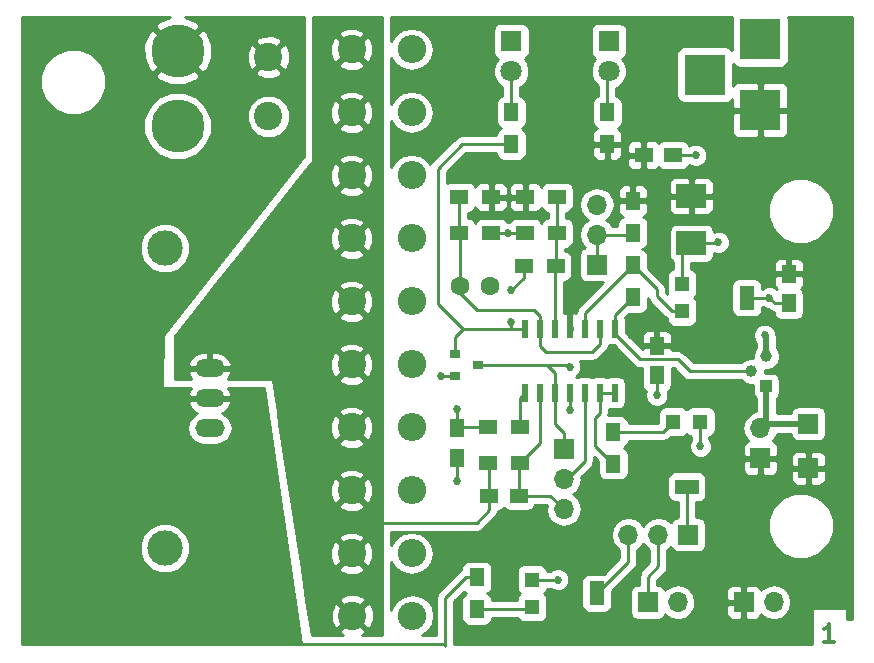
<source format=gbr>
G04 #@! TF.FileFunction,Copper,L1,Top,Signal*
%FSLAX46Y46*%
G04 Gerber Fmt 4.6, Leading zero omitted, Abs format (unit mm)*
G04 Created by KiCad (PCBNEW 4.0.1-stable) date 10/30/2017 21:56:45*
%MOMM*%
G01*
G04 APERTURE LIST*
%ADD10C,0.100000*%
%ADD11C,0.300000*%
%ADD12R,1.500000X1.300000*%
%ADD13R,1.250000X1.500000*%
%ADD14R,1.700000X1.700000*%
%ADD15O,1.700000X1.700000*%
%ADD16C,1.000000*%
%ADD17R,1.000000X1.000000*%
%ADD18O,2.499360X1.501140*%
%ADD19R,1.300000X1.500000*%
%ADD20C,3.000000*%
%ADD21R,0.900000X0.800000*%
%ADD22R,2.500000X2.000000*%
%ADD23R,1.500000X1.250000*%
%ADD24R,1.800000X1.800000*%
%ADD25C,1.800000*%
%ADD26R,1.680000X1.680000*%
%ADD27C,2.400000*%
%ADD28O,2.400000X2.400000*%
%ADD29R,1.300000X2.000000*%
%ADD30R,1.300000X1.300000*%
%ADD31R,2.000000X1.300000*%
%ADD32C,1.600000*%
%ADD33R,0.600000X1.500000*%
%ADD34R,3.500000X3.500000*%
%ADD35C,4.500880*%
%ADD36C,0.685800*%
%ADD37C,0.254000*%
%ADD38C,0.508000*%
G04 APERTURE END LIST*
D10*
D11*
X168576572Y-113962571D02*
X167719429Y-113962571D01*
X168148001Y-113962571D02*
X168148001Y-112462571D01*
X168005144Y-112676857D01*
X167862286Y-112819714D01*
X167719429Y-112891143D01*
D12*
X136826000Y-79375000D03*
X139526000Y-79375000D03*
D13*
X153543000Y-91420000D03*
X153543000Y-88920000D03*
D14*
X160909000Y-110617000D03*
D15*
X163449000Y-110617000D03*
D14*
X162306000Y-98425000D03*
D15*
X162306000Y-95885000D03*
D16*
X161544000Y-91059000D03*
X162814000Y-89789000D03*
D17*
X162814000Y-92329000D03*
D18*
X115697000Y-93345000D03*
X115697000Y-95885000D03*
X115697000Y-90805000D03*
D12*
X139526000Y-76327000D03*
X136826000Y-76327000D03*
D19*
X151511000Y-84789000D03*
X151511000Y-82089000D03*
D12*
X142414000Y-76327000D03*
X145114000Y-76327000D03*
X145114000Y-79375000D03*
X142414000Y-79375000D03*
X142287000Y-82169000D03*
X144987000Y-82169000D03*
D19*
X149352000Y-71835000D03*
X149352000Y-69135000D03*
X151511000Y-79328000D03*
X151511000Y-76628000D03*
X141224000Y-71835000D03*
X141224000Y-69135000D03*
D12*
X139239000Y-98806000D03*
X141939000Y-98806000D03*
X139239000Y-95758000D03*
X141939000Y-95758000D03*
D19*
X149860000Y-96186000D03*
X149860000Y-98886000D03*
X138303000Y-111205000D03*
X138303000Y-108505000D03*
D20*
X111887000Y-80645000D03*
X111887000Y-106045000D03*
D21*
X136414000Y-89601000D03*
X136414000Y-91501000D03*
X138414000Y-90551000D03*
D22*
X156464000Y-76232000D03*
X156464000Y-80232000D03*
D23*
X154920000Y-72771000D03*
X152420000Y-72771000D03*
X139339000Y-101600000D03*
X141839000Y-101600000D03*
D13*
X136652000Y-95905000D03*
X136652000Y-98405000D03*
X164719000Y-85324000D03*
X164719000Y-82824000D03*
D24*
X149479000Y-63119000D03*
D25*
X149479000Y-65659000D03*
D24*
X141224000Y-63119000D03*
D25*
X141224000Y-65659000D03*
D26*
X166370000Y-99264000D03*
X166370000Y-95504000D03*
D27*
X127762000Y-111760000D03*
D28*
X132842000Y-111760000D03*
D27*
X127698500Y-106489500D03*
D28*
X132778500Y-106489500D03*
D27*
X127698500Y-101155500D03*
D28*
X132778500Y-101155500D03*
D27*
X127698500Y-95821500D03*
D28*
X132778500Y-95821500D03*
D27*
X127698500Y-90487500D03*
D28*
X132778500Y-90487500D03*
D27*
X127698500Y-85153500D03*
D28*
X132778500Y-85153500D03*
D27*
X127698500Y-79819500D03*
D28*
X132778500Y-79819500D03*
D27*
X127698500Y-74485500D03*
D28*
X132778500Y-74485500D03*
D27*
X127698500Y-69151500D03*
D28*
X132778500Y-69151500D03*
D27*
X127698500Y-63817500D03*
D28*
X132778500Y-63817500D03*
D29*
X161163000Y-84836000D03*
D30*
X155663000Y-85986000D03*
X155663000Y-83686000D03*
D14*
X148463000Y-82042000D03*
D15*
X148463000Y-79502000D03*
X148463000Y-76962000D03*
D31*
X156083000Y-100838000D03*
D30*
X154933000Y-95338000D03*
X157233000Y-95338000D03*
D29*
X148463000Y-109855000D03*
D30*
X142963000Y-111005000D03*
X142963000Y-108705000D03*
D14*
X145669000Y-97663000D03*
D15*
X145669000Y-100203000D03*
X145669000Y-102743000D03*
D14*
X156210000Y-104902000D03*
D15*
X153670000Y-104902000D03*
X151130000Y-104902000D03*
D32*
X136906000Y-83820000D03*
X139406000Y-83820000D03*
D27*
X120650000Y-69469000D03*
X120650000Y-64469000D03*
D33*
X149987000Y-87470000D03*
X148717000Y-87470000D03*
X147447000Y-87470000D03*
X146177000Y-87470000D03*
X144907000Y-87470000D03*
X143637000Y-87470000D03*
X142367000Y-87470000D03*
X142367000Y-92870000D03*
X143637000Y-92870000D03*
X144907000Y-92870000D03*
X146177000Y-92870000D03*
X147447000Y-92870000D03*
X148717000Y-92870000D03*
X149987000Y-92870000D03*
D34*
X162306000Y-68961000D03*
X162306000Y-62961000D03*
X157606000Y-65961000D03*
D14*
X152781000Y-110617000D03*
D15*
X155321000Y-110617000D03*
D35*
X112966500Y-63944500D03*
X112966500Y-70294500D03*
D36*
X163068000Y-84836000D03*
X162687000Y-88011000D03*
X158750000Y-80137000D03*
X156845000Y-72771000D03*
X153543000Y-93091000D03*
X136652000Y-100330000D03*
X135255000Y-91440000D03*
X140970000Y-79375000D03*
X146177000Y-94361000D03*
X157226000Y-97409000D03*
X145161000Y-108712000D03*
X141224000Y-84201000D03*
X141224000Y-86868000D03*
X136652000Y-94234000D03*
X146177000Y-90678000D03*
D37*
X164719000Y-85324000D02*
X163556000Y-85324000D01*
X163068000Y-84836000D02*
X161163000Y-84836000D01*
X163556000Y-85324000D02*
X163068000Y-84836000D01*
D38*
X162814000Y-89789000D02*
X162814000Y-88138000D01*
X162814000Y-88138000D02*
X162687000Y-88011000D01*
D37*
X156464000Y-80232000D02*
X158655000Y-80232000D01*
X158655000Y-80232000D02*
X158750000Y-80137000D01*
X155663000Y-83686000D02*
X155663000Y-81033000D01*
X155663000Y-81033000D02*
X156464000Y-80232000D01*
X154920000Y-72771000D02*
X156845000Y-72771000D01*
X153543000Y-91420000D02*
X153543000Y-93091000D01*
X136652000Y-98405000D02*
X136652000Y-100330000D01*
X136414000Y-91501000D02*
X135316000Y-91501000D01*
X135316000Y-91501000D02*
X135255000Y-91440000D01*
X142414000Y-79375000D02*
X140970000Y-79375000D01*
X140970000Y-79375000D02*
X139526000Y-79375000D01*
X146177000Y-92870000D02*
X146177000Y-94361000D01*
X157233000Y-95338000D02*
X157233000Y-97402000D01*
X157233000Y-97402000D02*
X157226000Y-97409000D01*
X142963000Y-108705000D02*
X145154000Y-108705000D01*
X145154000Y-108705000D02*
X145161000Y-108712000D01*
X161544000Y-91059000D02*
X156337000Y-91059000D01*
X152146000Y-90043000D02*
X149987000Y-87884000D01*
X155321000Y-90043000D02*
X152146000Y-90043000D01*
X156337000Y-91059000D02*
X155321000Y-90043000D01*
X149987000Y-87884000D02*
X149987000Y-87470000D01*
X149987000Y-87470000D02*
X149987000Y-86313000D01*
X149987000Y-86313000D02*
X151511000Y-84789000D01*
X141224000Y-87470000D02*
X141224000Y-86868000D01*
X142287000Y-83138000D02*
X142287000Y-82169000D01*
X141224000Y-84201000D02*
X142287000Y-83138000D01*
X136414000Y-89601000D02*
X136414000Y-88183000D01*
X136414000Y-88183000D02*
X137127000Y-87470000D01*
X142367000Y-87470000D02*
X141224000Y-87470000D01*
X141224000Y-87470000D02*
X137127000Y-87470000D01*
X137080000Y-71835000D02*
X141224000Y-71835000D01*
X135001000Y-73914000D02*
X137080000Y-71835000D01*
X135001000Y-85344000D02*
X135001000Y-73914000D01*
X137127000Y-87470000D02*
X135001000Y-85344000D01*
X136652000Y-95905000D02*
X136652000Y-94234000D01*
X139239000Y-95758000D02*
X136799000Y-95758000D01*
X136799000Y-95758000D02*
X136652000Y-95905000D01*
X143637000Y-87470000D02*
X143637000Y-88900000D01*
X148717000Y-88773000D02*
X148717000Y-87470000D01*
X148082000Y-89408000D02*
X148717000Y-88773000D01*
X144145000Y-89408000D02*
X148082000Y-89408000D01*
X143637000Y-88900000D02*
X144145000Y-89408000D01*
X136906000Y-83820000D02*
X136906000Y-84455000D01*
X136906000Y-84455000D02*
X138303000Y-85852000D01*
X143637000Y-86360000D02*
X143637000Y-87470000D01*
X143129000Y-85852000D02*
X143637000Y-86360000D01*
X138303000Y-85852000D02*
X143129000Y-85852000D01*
X136906000Y-83820000D02*
X136906000Y-79455000D01*
X136906000Y-79455000D02*
X136826000Y-79375000D01*
X136826000Y-79375000D02*
X136826000Y-76327000D01*
X155663000Y-85986000D02*
X154820000Y-85986000D01*
X153543000Y-84121000D02*
X151511000Y-82089000D01*
X153543000Y-84709000D02*
X153543000Y-84121000D01*
X154820000Y-85986000D02*
X153543000Y-84709000D01*
X147447000Y-87470000D02*
X147447000Y-86153000D01*
X147447000Y-86153000D02*
X151511000Y-82089000D01*
X144987000Y-82169000D02*
X144987000Y-79502000D01*
X144987000Y-79502000D02*
X145114000Y-79375000D01*
X145114000Y-79375000D02*
X145114000Y-76327000D01*
X144907000Y-87470000D02*
X144907000Y-82249000D01*
X144907000Y-82249000D02*
X144987000Y-82169000D01*
X149352000Y-69135000D02*
X149352000Y-65786000D01*
X149352000Y-65786000D02*
X149479000Y-65659000D01*
X141224000Y-69135000D02*
X141224000Y-65659000D01*
X141939000Y-98806000D02*
X141986000Y-98806000D01*
X141986000Y-98806000D02*
X143637000Y-97155000D01*
X143637000Y-97155000D02*
X143637000Y-92870000D01*
X141839000Y-101600000D02*
X141839000Y-98906000D01*
X141839000Y-98906000D02*
X141939000Y-98806000D01*
X141839000Y-101600000D02*
X144526000Y-101600000D01*
X144526000Y-101600000D02*
X145669000Y-102743000D01*
X141939000Y-95758000D02*
X141939000Y-93298000D01*
X141939000Y-93298000D02*
X142367000Y-92870000D01*
X149860000Y-96186000D02*
X154085000Y-96186000D01*
X154085000Y-96186000D02*
X154933000Y-95338000D01*
X148717000Y-92870000D02*
X148717000Y-94615000D01*
X148336000Y-97362000D02*
X149860000Y-98886000D01*
X148336000Y-94996000D02*
X148336000Y-97362000D01*
X148717000Y-94615000D02*
X148336000Y-94996000D01*
X148717000Y-92870000D02*
X149987000Y-92870000D01*
X138303000Y-111205000D02*
X142763000Y-111205000D01*
X142763000Y-111205000D02*
X142963000Y-111005000D01*
X145669000Y-100203000D02*
X145923000Y-100203000D01*
X145923000Y-100203000D02*
X147447000Y-98679000D01*
X147447000Y-98679000D02*
X147447000Y-92870000D01*
X146050000Y-90551000D02*
X144272000Y-90551000D01*
X146177000Y-90678000D02*
X146050000Y-90551000D01*
X148463000Y-79502000D02*
X148463000Y-82042000D01*
X148463000Y-79502000D02*
X151337000Y-79502000D01*
X151337000Y-79502000D02*
X151511000Y-79328000D01*
X138414000Y-90551000D02*
X144272000Y-90551000D01*
X144907000Y-91186000D02*
X144907000Y-92870000D01*
X144272000Y-90551000D02*
X144907000Y-91186000D01*
X145669000Y-97663000D02*
X145669000Y-96266000D01*
X144907000Y-95504000D02*
X144907000Y-92870000D01*
X145669000Y-96266000D02*
X144907000Y-95504000D01*
X156083000Y-100838000D02*
X156083000Y-104775000D01*
X156083000Y-104775000D02*
X156210000Y-104902000D01*
X151130000Y-104902000D02*
X151130000Y-107188000D01*
X151130000Y-107188000D02*
X148463000Y-109855000D01*
D38*
X162814000Y-92329000D02*
X162814000Y-95377000D01*
X162814000Y-95377000D02*
X162941000Y-95504000D01*
X162941000Y-95504000D02*
X166370000Y-95504000D01*
D37*
X153670000Y-104902000D02*
X153670000Y-107569000D01*
X152781000Y-108458000D02*
X152781000Y-110617000D01*
X153670000Y-107569000D02*
X152781000Y-108458000D01*
X138303000Y-108505000D02*
X137367000Y-108505000D01*
X122809000Y-114173000D02*
X122555000Y-113919000D01*
X135509000Y-114173000D02*
X122809000Y-114173000D01*
X135636000Y-114300000D02*
X135509000Y-114173000D01*
X135636000Y-110236000D02*
X135636000Y-114300000D01*
X137367000Y-108505000D02*
X135636000Y-110236000D01*
X139339000Y-101600000D02*
X139339000Y-98906000D01*
X139339000Y-98906000D02*
X139239000Y-98806000D01*
X139339000Y-101600000D02*
X139339000Y-102850000D01*
X138303000Y-103886000D02*
X129540000Y-103886000D01*
X139339000Y-102850000D02*
X138303000Y-103886000D01*
G36*
X130302000Y-113411000D02*
X128596585Y-113411000D01*
X128756435Y-113344788D01*
X128879570Y-113057175D01*
X127762000Y-111939605D01*
X126644430Y-113057175D01*
X126767565Y-113344788D01*
X126941341Y-113411000D01*
X124325859Y-113411000D01*
X124026378Y-111447734D01*
X125917293Y-111447734D01*
X125938214Y-112177443D01*
X126177212Y-112754435D01*
X126464825Y-112877570D01*
X127582395Y-111760000D01*
X127941605Y-111760000D01*
X129059175Y-112877570D01*
X129346788Y-112754435D01*
X129606707Y-112072266D01*
X129585786Y-111342557D01*
X129346788Y-110765565D01*
X129059175Y-110642430D01*
X127941605Y-111760000D01*
X127582395Y-111760000D01*
X126464825Y-110642430D01*
X126177212Y-110765565D01*
X125917293Y-111447734D01*
X124026378Y-111447734D01*
X123876138Y-110462825D01*
X126644430Y-110462825D01*
X127762000Y-111580395D01*
X128879570Y-110462825D01*
X128756435Y-110175212D01*
X128074266Y-109915293D01*
X127344557Y-109936214D01*
X126767565Y-110175212D01*
X126644430Y-110462825D01*
X123876138Y-110462825D01*
X123467912Y-107786675D01*
X126580930Y-107786675D01*
X126704065Y-108074288D01*
X127386234Y-108334207D01*
X128115943Y-108313286D01*
X128692935Y-108074288D01*
X128816070Y-107786675D01*
X127698500Y-106669105D01*
X126580930Y-107786675D01*
X123467912Y-107786675D01*
X123222404Y-106177234D01*
X125853793Y-106177234D01*
X125874714Y-106906943D01*
X126113712Y-107483935D01*
X126401325Y-107607070D01*
X127518895Y-106489500D01*
X127878105Y-106489500D01*
X128995675Y-107607070D01*
X129283288Y-107483935D01*
X129543207Y-106801766D01*
X129522286Y-106072057D01*
X129283288Y-105495065D01*
X128995675Y-105371930D01*
X127878105Y-106489500D01*
X127518895Y-106489500D01*
X126401325Y-105371930D01*
X126113712Y-105495065D01*
X125853793Y-106177234D01*
X123222404Y-106177234D01*
X123072164Y-105192325D01*
X126580930Y-105192325D01*
X127698500Y-106309895D01*
X128816070Y-105192325D01*
X128692935Y-104904712D01*
X128010766Y-104644793D01*
X127281057Y-104665714D01*
X126704065Y-104904712D01*
X126580930Y-105192325D01*
X123072164Y-105192325D01*
X122654252Y-102452675D01*
X126580930Y-102452675D01*
X126704065Y-102740288D01*
X127386234Y-103000207D01*
X128115943Y-102979286D01*
X128692935Y-102740288D01*
X128816070Y-102452675D01*
X127698500Y-101335105D01*
X126580930Y-102452675D01*
X122654252Y-102452675D01*
X122408743Y-100843234D01*
X125853793Y-100843234D01*
X125874714Y-101572943D01*
X126113712Y-102149935D01*
X126401325Y-102273070D01*
X127518895Y-101155500D01*
X127878105Y-101155500D01*
X128995675Y-102273070D01*
X129283288Y-102149935D01*
X129543207Y-101467766D01*
X129522286Y-100738057D01*
X129283288Y-100161065D01*
X128995675Y-100037930D01*
X127878105Y-101155500D01*
X127518895Y-101155500D01*
X126401325Y-100037930D01*
X126113712Y-100161065D01*
X125853793Y-100843234D01*
X122408743Y-100843234D01*
X122258503Y-99858325D01*
X126580930Y-99858325D01*
X127698500Y-100975895D01*
X128816070Y-99858325D01*
X128692935Y-99570712D01*
X128010766Y-99310793D01*
X127281057Y-99331714D01*
X126704065Y-99570712D01*
X126580930Y-99858325D01*
X122258503Y-99858325D01*
X121840591Y-97118675D01*
X126580930Y-97118675D01*
X126704065Y-97406288D01*
X127386234Y-97666207D01*
X128115943Y-97645286D01*
X128692935Y-97406288D01*
X128816070Y-97118675D01*
X127698500Y-96001105D01*
X126580930Y-97118675D01*
X121840591Y-97118675D01*
X121595082Y-95509234D01*
X125853793Y-95509234D01*
X125874714Y-96238943D01*
X126113712Y-96815935D01*
X126401325Y-96939070D01*
X127518895Y-95821500D01*
X127878105Y-95821500D01*
X128995675Y-96939070D01*
X129283288Y-96815935D01*
X129543207Y-96133766D01*
X129522286Y-95404057D01*
X129283288Y-94827065D01*
X128995675Y-94703930D01*
X127878105Y-95821500D01*
X127518895Y-95821500D01*
X126401325Y-94703930D01*
X126113712Y-94827065D01*
X125853793Y-95509234D01*
X121595082Y-95509234D01*
X121444842Y-94524325D01*
X126580930Y-94524325D01*
X127698500Y-95641895D01*
X128816070Y-94524325D01*
X128692935Y-94236712D01*
X128010766Y-93976793D01*
X127281057Y-93997714D01*
X126704065Y-94236712D01*
X126580930Y-94524325D01*
X121444842Y-94524325D01*
X121029548Y-91801849D01*
X121023256Y-91784675D01*
X126580930Y-91784675D01*
X126704065Y-92072288D01*
X127386234Y-92332207D01*
X128115943Y-92311286D01*
X128692935Y-92072288D01*
X128816070Y-91784675D01*
X127698500Y-90667105D01*
X126580930Y-91784675D01*
X121023256Y-91784675D01*
X121012205Y-91754512D01*
X120977813Y-91717653D01*
X120931790Y-91697078D01*
X120904000Y-91694000D01*
X117266171Y-91694000D01*
X117524810Y-91217903D01*
X117538993Y-91146275D01*
X117416339Y-90932000D01*
X115824000Y-90932000D01*
X115824000Y-90952000D01*
X115570000Y-90952000D01*
X115570000Y-90932000D01*
X113977661Y-90932000D01*
X113855007Y-91146275D01*
X113869190Y-91217903D01*
X114127829Y-91694000D01*
X112776000Y-91694000D01*
X112776000Y-90463725D01*
X113855007Y-90463725D01*
X113977661Y-90678000D01*
X115570000Y-90678000D01*
X115570000Y-89419430D01*
X115824000Y-89419430D01*
X115824000Y-90678000D01*
X117416339Y-90678000D01*
X117538993Y-90463725D01*
X117524810Y-90392097D01*
X117407000Y-90175234D01*
X125853793Y-90175234D01*
X125874714Y-90904943D01*
X126113712Y-91481935D01*
X126401325Y-91605070D01*
X127518895Y-90487500D01*
X127878105Y-90487500D01*
X128995675Y-91605070D01*
X129283288Y-91481935D01*
X129543207Y-90799766D01*
X129522286Y-90070057D01*
X129283288Y-89493065D01*
X128995675Y-89369930D01*
X127878105Y-90487500D01*
X127518895Y-90487500D01*
X126401325Y-89369930D01*
X126113712Y-89493065D01*
X125853793Y-90175234D01*
X117407000Y-90175234D01*
X117265658Y-89915056D01*
X116843677Y-89573501D01*
X116323110Y-89419430D01*
X115824000Y-89419430D01*
X115570000Y-89419430D01*
X115070890Y-89419430D01*
X114550323Y-89573501D01*
X114128342Y-89915056D01*
X113869190Y-90392097D01*
X113855007Y-90463725D01*
X112776000Y-90463725D01*
X112776000Y-89190325D01*
X126580930Y-89190325D01*
X127698500Y-90307895D01*
X128816070Y-89190325D01*
X128692935Y-88902712D01*
X128010766Y-88642793D01*
X127281057Y-88663714D01*
X126704065Y-88902712D01*
X126580930Y-89190325D01*
X112776000Y-89190325D01*
X112776000Y-88054952D01*
X114037482Y-86450675D01*
X126580930Y-86450675D01*
X126704065Y-86738288D01*
X127386234Y-86998207D01*
X128115943Y-86977286D01*
X128692935Y-86738288D01*
X128816070Y-86450675D01*
X127698500Y-85333105D01*
X126580930Y-86450675D01*
X114037482Y-86450675D01*
X115303026Y-84841234D01*
X125853793Y-84841234D01*
X125874714Y-85570943D01*
X126113712Y-86147935D01*
X126401325Y-86271070D01*
X127518895Y-85153500D01*
X127878105Y-85153500D01*
X128995675Y-86271070D01*
X129283288Y-86147935D01*
X129543207Y-85465766D01*
X129522286Y-84736057D01*
X129283288Y-84159065D01*
X128995675Y-84035930D01*
X127878105Y-85153500D01*
X127518895Y-85153500D01*
X126401325Y-84035930D01*
X126113712Y-84159065D01*
X125853793Y-84841234D01*
X115303026Y-84841234D01*
X116077484Y-83856325D01*
X126580930Y-83856325D01*
X127698500Y-84973895D01*
X128816070Y-83856325D01*
X128692935Y-83568712D01*
X128010766Y-83308793D01*
X127281057Y-83329714D01*
X126704065Y-83568712D01*
X126580930Y-83856325D01*
X116077484Y-83856325D01*
X118231738Y-81116675D01*
X126580930Y-81116675D01*
X126704065Y-81404288D01*
X127386234Y-81664207D01*
X128115943Y-81643286D01*
X128692935Y-81404288D01*
X128816070Y-81116675D01*
X127698500Y-79999105D01*
X126580930Y-81116675D01*
X118231738Y-81116675D01*
X119497282Y-79507234D01*
X125853793Y-79507234D01*
X125874714Y-80236943D01*
X126113712Y-80813935D01*
X126401325Y-80937070D01*
X127518895Y-79819500D01*
X127878105Y-79819500D01*
X128995675Y-80937070D01*
X129283288Y-80813935D01*
X129543207Y-80131766D01*
X129522286Y-79402057D01*
X129283288Y-78825065D01*
X128995675Y-78701930D01*
X127878105Y-79819500D01*
X127518895Y-79819500D01*
X126401325Y-78701930D01*
X126113712Y-78825065D01*
X125853793Y-79507234D01*
X119497282Y-79507234D01*
X120271740Y-78522325D01*
X126580930Y-78522325D01*
X127698500Y-79639895D01*
X128816070Y-78522325D01*
X128692935Y-78234712D01*
X128010766Y-77974793D01*
X127281057Y-77995714D01*
X126704065Y-78234712D01*
X126580930Y-78522325D01*
X120271740Y-78522325D01*
X122425994Y-75782675D01*
X126580930Y-75782675D01*
X126704065Y-76070288D01*
X127386234Y-76330207D01*
X128115943Y-76309286D01*
X128692935Y-76070288D01*
X128816070Y-75782675D01*
X127698500Y-74665105D01*
X126580930Y-75782675D01*
X122425994Y-75782675D01*
X123691538Y-74173234D01*
X125853793Y-74173234D01*
X125874714Y-74902943D01*
X126113712Y-75479935D01*
X126401325Y-75603070D01*
X127518895Y-74485500D01*
X127878105Y-74485500D01*
X128995675Y-75603070D01*
X129283288Y-75479935D01*
X129543207Y-74797766D01*
X129522286Y-74068057D01*
X129283288Y-73491065D01*
X128995675Y-73367930D01*
X127878105Y-74485500D01*
X127518895Y-74485500D01*
X126401325Y-73367930D01*
X126113712Y-73491065D01*
X125853793Y-74173234D01*
X123691538Y-74173234D01*
X124432833Y-73230501D01*
X124454074Y-73188325D01*
X126580930Y-73188325D01*
X127698500Y-74305895D01*
X128816070Y-73188325D01*
X128692935Y-72900712D01*
X128010766Y-72640793D01*
X127281057Y-72661714D01*
X126704065Y-72900712D01*
X126580930Y-73188325D01*
X124454074Y-73188325D01*
X124455509Y-73185476D01*
X124460000Y-73152000D01*
X124460000Y-70448675D01*
X126580930Y-70448675D01*
X126704065Y-70736288D01*
X127386234Y-70996207D01*
X128115943Y-70975286D01*
X128692935Y-70736288D01*
X128816070Y-70448675D01*
X127698500Y-69331105D01*
X126580930Y-70448675D01*
X124460000Y-70448675D01*
X124460000Y-68839234D01*
X125853793Y-68839234D01*
X125874714Y-69568943D01*
X126113712Y-70145935D01*
X126401325Y-70269070D01*
X127518895Y-69151500D01*
X127878105Y-69151500D01*
X128995675Y-70269070D01*
X129283288Y-70145935D01*
X129543207Y-69463766D01*
X129522286Y-68734057D01*
X129283288Y-68157065D01*
X128995675Y-68033930D01*
X127878105Y-69151500D01*
X127518895Y-69151500D01*
X126401325Y-68033930D01*
X126113712Y-68157065D01*
X125853793Y-68839234D01*
X124460000Y-68839234D01*
X124460000Y-67854325D01*
X126580930Y-67854325D01*
X127698500Y-68971895D01*
X128816070Y-67854325D01*
X128692935Y-67566712D01*
X128010766Y-67306793D01*
X127281057Y-67327714D01*
X126704065Y-67566712D01*
X126580930Y-67854325D01*
X124460000Y-67854325D01*
X124460000Y-65114675D01*
X126580930Y-65114675D01*
X126704065Y-65402288D01*
X127386234Y-65662207D01*
X128115943Y-65641286D01*
X128692935Y-65402288D01*
X128816070Y-65114675D01*
X127698500Y-63997105D01*
X126580930Y-65114675D01*
X124460000Y-65114675D01*
X124460000Y-63505234D01*
X125853793Y-63505234D01*
X125874714Y-64234943D01*
X126113712Y-64811935D01*
X126401325Y-64935070D01*
X127518895Y-63817500D01*
X127878105Y-63817500D01*
X128995675Y-64935070D01*
X129283288Y-64811935D01*
X129543207Y-64129766D01*
X129522286Y-63400057D01*
X129283288Y-62823065D01*
X128995675Y-62699930D01*
X127878105Y-63817500D01*
X127518895Y-63817500D01*
X126401325Y-62699930D01*
X126113712Y-62823065D01*
X125853793Y-63505234D01*
X124460000Y-63505234D01*
X124460000Y-62520325D01*
X126580930Y-62520325D01*
X127698500Y-63637895D01*
X128816070Y-62520325D01*
X128692935Y-62232712D01*
X128010766Y-61972793D01*
X127281057Y-61993714D01*
X126704065Y-62232712D01*
X126580930Y-62520325D01*
X124460000Y-62520325D01*
X124460000Y-61087000D01*
X130302000Y-61087000D01*
X130302000Y-113411000D01*
X130302000Y-113411000D01*
G37*
X130302000Y-113411000D02*
X128596585Y-113411000D01*
X128756435Y-113344788D01*
X128879570Y-113057175D01*
X127762000Y-111939605D01*
X126644430Y-113057175D01*
X126767565Y-113344788D01*
X126941341Y-113411000D01*
X124325859Y-113411000D01*
X124026378Y-111447734D01*
X125917293Y-111447734D01*
X125938214Y-112177443D01*
X126177212Y-112754435D01*
X126464825Y-112877570D01*
X127582395Y-111760000D01*
X127941605Y-111760000D01*
X129059175Y-112877570D01*
X129346788Y-112754435D01*
X129606707Y-112072266D01*
X129585786Y-111342557D01*
X129346788Y-110765565D01*
X129059175Y-110642430D01*
X127941605Y-111760000D01*
X127582395Y-111760000D01*
X126464825Y-110642430D01*
X126177212Y-110765565D01*
X125917293Y-111447734D01*
X124026378Y-111447734D01*
X123876138Y-110462825D01*
X126644430Y-110462825D01*
X127762000Y-111580395D01*
X128879570Y-110462825D01*
X128756435Y-110175212D01*
X128074266Y-109915293D01*
X127344557Y-109936214D01*
X126767565Y-110175212D01*
X126644430Y-110462825D01*
X123876138Y-110462825D01*
X123467912Y-107786675D01*
X126580930Y-107786675D01*
X126704065Y-108074288D01*
X127386234Y-108334207D01*
X128115943Y-108313286D01*
X128692935Y-108074288D01*
X128816070Y-107786675D01*
X127698500Y-106669105D01*
X126580930Y-107786675D01*
X123467912Y-107786675D01*
X123222404Y-106177234D01*
X125853793Y-106177234D01*
X125874714Y-106906943D01*
X126113712Y-107483935D01*
X126401325Y-107607070D01*
X127518895Y-106489500D01*
X127878105Y-106489500D01*
X128995675Y-107607070D01*
X129283288Y-107483935D01*
X129543207Y-106801766D01*
X129522286Y-106072057D01*
X129283288Y-105495065D01*
X128995675Y-105371930D01*
X127878105Y-106489500D01*
X127518895Y-106489500D01*
X126401325Y-105371930D01*
X126113712Y-105495065D01*
X125853793Y-106177234D01*
X123222404Y-106177234D01*
X123072164Y-105192325D01*
X126580930Y-105192325D01*
X127698500Y-106309895D01*
X128816070Y-105192325D01*
X128692935Y-104904712D01*
X128010766Y-104644793D01*
X127281057Y-104665714D01*
X126704065Y-104904712D01*
X126580930Y-105192325D01*
X123072164Y-105192325D01*
X122654252Y-102452675D01*
X126580930Y-102452675D01*
X126704065Y-102740288D01*
X127386234Y-103000207D01*
X128115943Y-102979286D01*
X128692935Y-102740288D01*
X128816070Y-102452675D01*
X127698500Y-101335105D01*
X126580930Y-102452675D01*
X122654252Y-102452675D01*
X122408743Y-100843234D01*
X125853793Y-100843234D01*
X125874714Y-101572943D01*
X126113712Y-102149935D01*
X126401325Y-102273070D01*
X127518895Y-101155500D01*
X127878105Y-101155500D01*
X128995675Y-102273070D01*
X129283288Y-102149935D01*
X129543207Y-101467766D01*
X129522286Y-100738057D01*
X129283288Y-100161065D01*
X128995675Y-100037930D01*
X127878105Y-101155500D01*
X127518895Y-101155500D01*
X126401325Y-100037930D01*
X126113712Y-100161065D01*
X125853793Y-100843234D01*
X122408743Y-100843234D01*
X122258503Y-99858325D01*
X126580930Y-99858325D01*
X127698500Y-100975895D01*
X128816070Y-99858325D01*
X128692935Y-99570712D01*
X128010766Y-99310793D01*
X127281057Y-99331714D01*
X126704065Y-99570712D01*
X126580930Y-99858325D01*
X122258503Y-99858325D01*
X121840591Y-97118675D01*
X126580930Y-97118675D01*
X126704065Y-97406288D01*
X127386234Y-97666207D01*
X128115943Y-97645286D01*
X128692935Y-97406288D01*
X128816070Y-97118675D01*
X127698500Y-96001105D01*
X126580930Y-97118675D01*
X121840591Y-97118675D01*
X121595082Y-95509234D01*
X125853793Y-95509234D01*
X125874714Y-96238943D01*
X126113712Y-96815935D01*
X126401325Y-96939070D01*
X127518895Y-95821500D01*
X127878105Y-95821500D01*
X128995675Y-96939070D01*
X129283288Y-96815935D01*
X129543207Y-96133766D01*
X129522286Y-95404057D01*
X129283288Y-94827065D01*
X128995675Y-94703930D01*
X127878105Y-95821500D01*
X127518895Y-95821500D01*
X126401325Y-94703930D01*
X126113712Y-94827065D01*
X125853793Y-95509234D01*
X121595082Y-95509234D01*
X121444842Y-94524325D01*
X126580930Y-94524325D01*
X127698500Y-95641895D01*
X128816070Y-94524325D01*
X128692935Y-94236712D01*
X128010766Y-93976793D01*
X127281057Y-93997714D01*
X126704065Y-94236712D01*
X126580930Y-94524325D01*
X121444842Y-94524325D01*
X121029548Y-91801849D01*
X121023256Y-91784675D01*
X126580930Y-91784675D01*
X126704065Y-92072288D01*
X127386234Y-92332207D01*
X128115943Y-92311286D01*
X128692935Y-92072288D01*
X128816070Y-91784675D01*
X127698500Y-90667105D01*
X126580930Y-91784675D01*
X121023256Y-91784675D01*
X121012205Y-91754512D01*
X120977813Y-91717653D01*
X120931790Y-91697078D01*
X120904000Y-91694000D01*
X117266171Y-91694000D01*
X117524810Y-91217903D01*
X117538993Y-91146275D01*
X117416339Y-90932000D01*
X115824000Y-90932000D01*
X115824000Y-90952000D01*
X115570000Y-90952000D01*
X115570000Y-90932000D01*
X113977661Y-90932000D01*
X113855007Y-91146275D01*
X113869190Y-91217903D01*
X114127829Y-91694000D01*
X112776000Y-91694000D01*
X112776000Y-90463725D01*
X113855007Y-90463725D01*
X113977661Y-90678000D01*
X115570000Y-90678000D01*
X115570000Y-89419430D01*
X115824000Y-89419430D01*
X115824000Y-90678000D01*
X117416339Y-90678000D01*
X117538993Y-90463725D01*
X117524810Y-90392097D01*
X117407000Y-90175234D01*
X125853793Y-90175234D01*
X125874714Y-90904943D01*
X126113712Y-91481935D01*
X126401325Y-91605070D01*
X127518895Y-90487500D01*
X127878105Y-90487500D01*
X128995675Y-91605070D01*
X129283288Y-91481935D01*
X129543207Y-90799766D01*
X129522286Y-90070057D01*
X129283288Y-89493065D01*
X128995675Y-89369930D01*
X127878105Y-90487500D01*
X127518895Y-90487500D01*
X126401325Y-89369930D01*
X126113712Y-89493065D01*
X125853793Y-90175234D01*
X117407000Y-90175234D01*
X117265658Y-89915056D01*
X116843677Y-89573501D01*
X116323110Y-89419430D01*
X115824000Y-89419430D01*
X115570000Y-89419430D01*
X115070890Y-89419430D01*
X114550323Y-89573501D01*
X114128342Y-89915056D01*
X113869190Y-90392097D01*
X113855007Y-90463725D01*
X112776000Y-90463725D01*
X112776000Y-89190325D01*
X126580930Y-89190325D01*
X127698500Y-90307895D01*
X128816070Y-89190325D01*
X128692935Y-88902712D01*
X128010766Y-88642793D01*
X127281057Y-88663714D01*
X126704065Y-88902712D01*
X126580930Y-89190325D01*
X112776000Y-89190325D01*
X112776000Y-88054952D01*
X114037482Y-86450675D01*
X126580930Y-86450675D01*
X126704065Y-86738288D01*
X127386234Y-86998207D01*
X128115943Y-86977286D01*
X128692935Y-86738288D01*
X128816070Y-86450675D01*
X127698500Y-85333105D01*
X126580930Y-86450675D01*
X114037482Y-86450675D01*
X115303026Y-84841234D01*
X125853793Y-84841234D01*
X125874714Y-85570943D01*
X126113712Y-86147935D01*
X126401325Y-86271070D01*
X127518895Y-85153500D01*
X127878105Y-85153500D01*
X128995675Y-86271070D01*
X129283288Y-86147935D01*
X129543207Y-85465766D01*
X129522286Y-84736057D01*
X129283288Y-84159065D01*
X128995675Y-84035930D01*
X127878105Y-85153500D01*
X127518895Y-85153500D01*
X126401325Y-84035930D01*
X126113712Y-84159065D01*
X125853793Y-84841234D01*
X115303026Y-84841234D01*
X116077484Y-83856325D01*
X126580930Y-83856325D01*
X127698500Y-84973895D01*
X128816070Y-83856325D01*
X128692935Y-83568712D01*
X128010766Y-83308793D01*
X127281057Y-83329714D01*
X126704065Y-83568712D01*
X126580930Y-83856325D01*
X116077484Y-83856325D01*
X118231738Y-81116675D01*
X126580930Y-81116675D01*
X126704065Y-81404288D01*
X127386234Y-81664207D01*
X128115943Y-81643286D01*
X128692935Y-81404288D01*
X128816070Y-81116675D01*
X127698500Y-79999105D01*
X126580930Y-81116675D01*
X118231738Y-81116675D01*
X119497282Y-79507234D01*
X125853793Y-79507234D01*
X125874714Y-80236943D01*
X126113712Y-80813935D01*
X126401325Y-80937070D01*
X127518895Y-79819500D01*
X127878105Y-79819500D01*
X128995675Y-80937070D01*
X129283288Y-80813935D01*
X129543207Y-80131766D01*
X129522286Y-79402057D01*
X129283288Y-78825065D01*
X128995675Y-78701930D01*
X127878105Y-79819500D01*
X127518895Y-79819500D01*
X126401325Y-78701930D01*
X126113712Y-78825065D01*
X125853793Y-79507234D01*
X119497282Y-79507234D01*
X120271740Y-78522325D01*
X126580930Y-78522325D01*
X127698500Y-79639895D01*
X128816070Y-78522325D01*
X128692935Y-78234712D01*
X128010766Y-77974793D01*
X127281057Y-77995714D01*
X126704065Y-78234712D01*
X126580930Y-78522325D01*
X120271740Y-78522325D01*
X122425994Y-75782675D01*
X126580930Y-75782675D01*
X126704065Y-76070288D01*
X127386234Y-76330207D01*
X128115943Y-76309286D01*
X128692935Y-76070288D01*
X128816070Y-75782675D01*
X127698500Y-74665105D01*
X126580930Y-75782675D01*
X122425994Y-75782675D01*
X123691538Y-74173234D01*
X125853793Y-74173234D01*
X125874714Y-74902943D01*
X126113712Y-75479935D01*
X126401325Y-75603070D01*
X127518895Y-74485500D01*
X127878105Y-74485500D01*
X128995675Y-75603070D01*
X129283288Y-75479935D01*
X129543207Y-74797766D01*
X129522286Y-74068057D01*
X129283288Y-73491065D01*
X128995675Y-73367930D01*
X127878105Y-74485500D01*
X127518895Y-74485500D01*
X126401325Y-73367930D01*
X126113712Y-73491065D01*
X125853793Y-74173234D01*
X123691538Y-74173234D01*
X124432833Y-73230501D01*
X124454074Y-73188325D01*
X126580930Y-73188325D01*
X127698500Y-74305895D01*
X128816070Y-73188325D01*
X128692935Y-72900712D01*
X128010766Y-72640793D01*
X127281057Y-72661714D01*
X126704065Y-72900712D01*
X126580930Y-73188325D01*
X124454074Y-73188325D01*
X124455509Y-73185476D01*
X124460000Y-73152000D01*
X124460000Y-70448675D01*
X126580930Y-70448675D01*
X126704065Y-70736288D01*
X127386234Y-70996207D01*
X128115943Y-70975286D01*
X128692935Y-70736288D01*
X128816070Y-70448675D01*
X127698500Y-69331105D01*
X126580930Y-70448675D01*
X124460000Y-70448675D01*
X124460000Y-68839234D01*
X125853793Y-68839234D01*
X125874714Y-69568943D01*
X126113712Y-70145935D01*
X126401325Y-70269070D01*
X127518895Y-69151500D01*
X127878105Y-69151500D01*
X128995675Y-70269070D01*
X129283288Y-70145935D01*
X129543207Y-69463766D01*
X129522286Y-68734057D01*
X129283288Y-68157065D01*
X128995675Y-68033930D01*
X127878105Y-69151500D01*
X127518895Y-69151500D01*
X126401325Y-68033930D01*
X126113712Y-68157065D01*
X125853793Y-68839234D01*
X124460000Y-68839234D01*
X124460000Y-67854325D01*
X126580930Y-67854325D01*
X127698500Y-68971895D01*
X128816070Y-67854325D01*
X128692935Y-67566712D01*
X128010766Y-67306793D01*
X127281057Y-67327714D01*
X126704065Y-67566712D01*
X126580930Y-67854325D01*
X124460000Y-67854325D01*
X124460000Y-65114675D01*
X126580930Y-65114675D01*
X126704065Y-65402288D01*
X127386234Y-65662207D01*
X128115943Y-65641286D01*
X128692935Y-65402288D01*
X128816070Y-65114675D01*
X127698500Y-63997105D01*
X126580930Y-65114675D01*
X124460000Y-65114675D01*
X124460000Y-63505234D01*
X125853793Y-63505234D01*
X125874714Y-64234943D01*
X126113712Y-64811935D01*
X126401325Y-64935070D01*
X127518895Y-63817500D01*
X127878105Y-63817500D01*
X128995675Y-64935070D01*
X129283288Y-64811935D01*
X129543207Y-64129766D01*
X129522286Y-63400057D01*
X129283288Y-62823065D01*
X128995675Y-62699930D01*
X127878105Y-63817500D01*
X127518895Y-63817500D01*
X126401325Y-62699930D01*
X126113712Y-62823065D01*
X125853793Y-63505234D01*
X124460000Y-63505234D01*
X124460000Y-62520325D01*
X126580930Y-62520325D01*
X127698500Y-63637895D01*
X128816070Y-62520325D01*
X128692935Y-62232712D01*
X128010766Y-61972793D01*
X127281057Y-61993714D01*
X126704065Y-62232712D01*
X126580930Y-62520325D01*
X124460000Y-62520325D01*
X124460000Y-61087000D01*
X130302000Y-61087000D01*
X130302000Y-113411000D01*
G36*
X111341611Y-61491967D02*
X111090319Y-61888714D01*
X112966500Y-63764895D01*
X114842681Y-61888714D01*
X114591389Y-61491967D01*
X113602794Y-61087000D01*
X123698000Y-61087000D01*
X123698000Y-72853891D01*
X111787341Y-87932278D01*
X111764566Y-87977253D01*
X111760062Y-88007033D01*
X111633062Y-92071033D01*
X111633000Y-92075000D01*
X111633000Y-92329000D01*
X111643006Y-92378410D01*
X111671447Y-92420035D01*
X111713841Y-92447315D01*
X111760000Y-92456000D01*
X114127829Y-92456000D01*
X113869190Y-92932097D01*
X113855007Y-93003725D01*
X113977661Y-93218000D01*
X115570000Y-93218000D01*
X115570000Y-93198000D01*
X115824000Y-93198000D01*
X115824000Y-93218000D01*
X117416339Y-93218000D01*
X117538993Y-93003725D01*
X117524810Y-92932097D01*
X117266171Y-92456000D01*
X120286034Y-92456000D01*
X123424329Y-114173000D01*
X99822000Y-114173000D01*
X99822000Y-106467815D01*
X109751630Y-106467815D01*
X110075980Y-107252800D01*
X110676041Y-107853909D01*
X111460459Y-108179628D01*
X112309815Y-108180370D01*
X113094800Y-107856020D01*
X113695909Y-107255959D01*
X114021628Y-106471541D01*
X114022370Y-105622185D01*
X113698020Y-104837200D01*
X113097959Y-104236091D01*
X112313541Y-103910372D01*
X111464185Y-103909630D01*
X110679200Y-104233980D01*
X110078091Y-104834041D01*
X109752372Y-105618459D01*
X109751630Y-106467815D01*
X99822000Y-106467815D01*
X99822000Y-95885000D01*
X113775397Y-95885000D01*
X113880867Y-96415235D01*
X114181221Y-96864746D01*
X114630732Y-97165100D01*
X115160967Y-97270570D01*
X116233033Y-97270570D01*
X116763268Y-97165100D01*
X117212779Y-96864746D01*
X117513133Y-96415235D01*
X117618603Y-95885000D01*
X117513133Y-95354765D01*
X117212779Y-94905254D01*
X116763268Y-94604900D01*
X116753968Y-94603050D01*
X116843677Y-94576499D01*
X117265658Y-94234944D01*
X117524810Y-93757903D01*
X117538993Y-93686275D01*
X117416339Y-93472000D01*
X115824000Y-93472000D01*
X115824000Y-93492000D01*
X115570000Y-93492000D01*
X115570000Y-93472000D01*
X113977661Y-93472000D01*
X113855007Y-93686275D01*
X113869190Y-93757903D01*
X114128342Y-94234944D01*
X114550323Y-94576499D01*
X114640032Y-94603050D01*
X114630732Y-94604900D01*
X114181221Y-94905254D01*
X113880867Y-95354765D01*
X113775397Y-95885000D01*
X99822000Y-95885000D01*
X99822000Y-81067815D01*
X109751630Y-81067815D01*
X110075980Y-81852800D01*
X110676041Y-82453909D01*
X111460459Y-82779628D01*
X112309815Y-82780370D01*
X113094800Y-82456020D01*
X113695909Y-81855959D01*
X114021628Y-81071541D01*
X114022370Y-80222185D01*
X113698020Y-79437200D01*
X113097959Y-78836091D01*
X112313541Y-78510372D01*
X111464185Y-78509630D01*
X110679200Y-78833980D01*
X110078091Y-79434041D01*
X109752372Y-80218459D01*
X109751630Y-81067815D01*
X99822000Y-81067815D01*
X99822000Y-70865931D01*
X110080560Y-70865931D01*
X110518917Y-71926835D01*
X111329896Y-72739231D01*
X112390033Y-73179438D01*
X113537931Y-73180440D01*
X114598835Y-72742083D01*
X115411231Y-71931104D01*
X115851438Y-70870967D01*
X115852344Y-69832403D01*
X118814682Y-69832403D01*
X119093455Y-70507086D01*
X119609199Y-71023730D01*
X120283395Y-71303681D01*
X121013403Y-71304318D01*
X121688086Y-71025545D01*
X122204730Y-70509801D01*
X122484681Y-69835605D01*
X122485318Y-69105597D01*
X122206545Y-68430914D01*
X121690801Y-67914270D01*
X121016605Y-67634319D01*
X120286597Y-67633682D01*
X119611914Y-67912455D01*
X119095270Y-68428199D01*
X118815319Y-69102395D01*
X118814682Y-69832403D01*
X115852344Y-69832403D01*
X115852440Y-69723069D01*
X115414083Y-68662165D01*
X114603104Y-67849769D01*
X113542967Y-67409562D01*
X112395069Y-67408560D01*
X111334165Y-67846917D01*
X110521769Y-68657896D01*
X110081562Y-69718033D01*
X110080560Y-70865931D01*
X99822000Y-70865931D01*
X99822000Y-67099540D01*
X101354518Y-67099540D01*
X101777616Y-68123515D01*
X102560365Y-68907631D01*
X103583599Y-69332515D01*
X104691540Y-69333482D01*
X105715515Y-68910384D01*
X106499631Y-68127635D01*
X106924515Y-67104401D01*
X106925478Y-66000286D01*
X111090319Y-66000286D01*
X111341611Y-66397033D01*
X112403842Y-66832164D01*
X113551733Y-66827673D01*
X114591389Y-66397033D01*
X114842681Y-66000286D01*
X112966500Y-64124105D01*
X111090319Y-66000286D01*
X106925478Y-66000286D01*
X106925482Y-65996460D01*
X106502384Y-64972485D01*
X105719635Y-64188369D01*
X104696401Y-63763485D01*
X103588460Y-63762518D01*
X102564485Y-64185616D01*
X101780369Y-64968365D01*
X101355485Y-65991599D01*
X101354518Y-67099540D01*
X99822000Y-67099540D01*
X99822000Y-63381842D01*
X110078836Y-63381842D01*
X110083327Y-64529733D01*
X110513967Y-65569389D01*
X110910714Y-65820681D01*
X112786895Y-63944500D01*
X113146105Y-63944500D01*
X115022286Y-65820681D01*
X115108341Y-65766175D01*
X119532430Y-65766175D01*
X119655565Y-66053788D01*
X120337734Y-66313707D01*
X121067443Y-66292786D01*
X121644435Y-66053788D01*
X121767570Y-65766175D01*
X120650000Y-64648605D01*
X119532430Y-65766175D01*
X115108341Y-65766175D01*
X115419033Y-65569389D01*
X115854164Y-64507158D01*
X115852794Y-64156734D01*
X118805293Y-64156734D01*
X118826214Y-64886443D01*
X119065212Y-65463435D01*
X119352825Y-65586570D01*
X120470395Y-64469000D01*
X120829605Y-64469000D01*
X121947175Y-65586570D01*
X122234788Y-65463435D01*
X122494707Y-64781266D01*
X122473786Y-64051557D01*
X122234788Y-63474565D01*
X121947175Y-63351430D01*
X120829605Y-64469000D01*
X120470395Y-64469000D01*
X119352825Y-63351430D01*
X119065212Y-63474565D01*
X118805293Y-64156734D01*
X115852794Y-64156734D01*
X115849673Y-63359267D01*
X115772032Y-63171825D01*
X119532430Y-63171825D01*
X120650000Y-64289395D01*
X121767570Y-63171825D01*
X121644435Y-62884212D01*
X120962266Y-62624293D01*
X120232557Y-62645214D01*
X119655565Y-62884212D01*
X119532430Y-63171825D01*
X115772032Y-63171825D01*
X115419033Y-62319611D01*
X115022286Y-62068319D01*
X113146105Y-63944500D01*
X112786895Y-63944500D01*
X110910714Y-62068319D01*
X110513967Y-62319611D01*
X110078836Y-63381842D01*
X99822000Y-63381842D01*
X99822000Y-61087000D01*
X112319287Y-61087000D01*
X111341611Y-61491967D01*
X111341611Y-61491967D01*
G37*
X111341611Y-61491967D02*
X111090319Y-61888714D01*
X112966500Y-63764895D01*
X114842681Y-61888714D01*
X114591389Y-61491967D01*
X113602794Y-61087000D01*
X123698000Y-61087000D01*
X123698000Y-72853891D01*
X111787341Y-87932278D01*
X111764566Y-87977253D01*
X111760062Y-88007033D01*
X111633062Y-92071033D01*
X111633000Y-92075000D01*
X111633000Y-92329000D01*
X111643006Y-92378410D01*
X111671447Y-92420035D01*
X111713841Y-92447315D01*
X111760000Y-92456000D01*
X114127829Y-92456000D01*
X113869190Y-92932097D01*
X113855007Y-93003725D01*
X113977661Y-93218000D01*
X115570000Y-93218000D01*
X115570000Y-93198000D01*
X115824000Y-93198000D01*
X115824000Y-93218000D01*
X117416339Y-93218000D01*
X117538993Y-93003725D01*
X117524810Y-92932097D01*
X117266171Y-92456000D01*
X120286034Y-92456000D01*
X123424329Y-114173000D01*
X99822000Y-114173000D01*
X99822000Y-106467815D01*
X109751630Y-106467815D01*
X110075980Y-107252800D01*
X110676041Y-107853909D01*
X111460459Y-108179628D01*
X112309815Y-108180370D01*
X113094800Y-107856020D01*
X113695909Y-107255959D01*
X114021628Y-106471541D01*
X114022370Y-105622185D01*
X113698020Y-104837200D01*
X113097959Y-104236091D01*
X112313541Y-103910372D01*
X111464185Y-103909630D01*
X110679200Y-104233980D01*
X110078091Y-104834041D01*
X109752372Y-105618459D01*
X109751630Y-106467815D01*
X99822000Y-106467815D01*
X99822000Y-95885000D01*
X113775397Y-95885000D01*
X113880867Y-96415235D01*
X114181221Y-96864746D01*
X114630732Y-97165100D01*
X115160967Y-97270570D01*
X116233033Y-97270570D01*
X116763268Y-97165100D01*
X117212779Y-96864746D01*
X117513133Y-96415235D01*
X117618603Y-95885000D01*
X117513133Y-95354765D01*
X117212779Y-94905254D01*
X116763268Y-94604900D01*
X116753968Y-94603050D01*
X116843677Y-94576499D01*
X117265658Y-94234944D01*
X117524810Y-93757903D01*
X117538993Y-93686275D01*
X117416339Y-93472000D01*
X115824000Y-93472000D01*
X115824000Y-93492000D01*
X115570000Y-93492000D01*
X115570000Y-93472000D01*
X113977661Y-93472000D01*
X113855007Y-93686275D01*
X113869190Y-93757903D01*
X114128342Y-94234944D01*
X114550323Y-94576499D01*
X114640032Y-94603050D01*
X114630732Y-94604900D01*
X114181221Y-94905254D01*
X113880867Y-95354765D01*
X113775397Y-95885000D01*
X99822000Y-95885000D01*
X99822000Y-81067815D01*
X109751630Y-81067815D01*
X110075980Y-81852800D01*
X110676041Y-82453909D01*
X111460459Y-82779628D01*
X112309815Y-82780370D01*
X113094800Y-82456020D01*
X113695909Y-81855959D01*
X114021628Y-81071541D01*
X114022370Y-80222185D01*
X113698020Y-79437200D01*
X113097959Y-78836091D01*
X112313541Y-78510372D01*
X111464185Y-78509630D01*
X110679200Y-78833980D01*
X110078091Y-79434041D01*
X109752372Y-80218459D01*
X109751630Y-81067815D01*
X99822000Y-81067815D01*
X99822000Y-70865931D01*
X110080560Y-70865931D01*
X110518917Y-71926835D01*
X111329896Y-72739231D01*
X112390033Y-73179438D01*
X113537931Y-73180440D01*
X114598835Y-72742083D01*
X115411231Y-71931104D01*
X115851438Y-70870967D01*
X115852344Y-69832403D01*
X118814682Y-69832403D01*
X119093455Y-70507086D01*
X119609199Y-71023730D01*
X120283395Y-71303681D01*
X121013403Y-71304318D01*
X121688086Y-71025545D01*
X122204730Y-70509801D01*
X122484681Y-69835605D01*
X122485318Y-69105597D01*
X122206545Y-68430914D01*
X121690801Y-67914270D01*
X121016605Y-67634319D01*
X120286597Y-67633682D01*
X119611914Y-67912455D01*
X119095270Y-68428199D01*
X118815319Y-69102395D01*
X118814682Y-69832403D01*
X115852344Y-69832403D01*
X115852440Y-69723069D01*
X115414083Y-68662165D01*
X114603104Y-67849769D01*
X113542967Y-67409562D01*
X112395069Y-67408560D01*
X111334165Y-67846917D01*
X110521769Y-68657896D01*
X110081562Y-69718033D01*
X110080560Y-70865931D01*
X99822000Y-70865931D01*
X99822000Y-67099540D01*
X101354518Y-67099540D01*
X101777616Y-68123515D01*
X102560365Y-68907631D01*
X103583599Y-69332515D01*
X104691540Y-69333482D01*
X105715515Y-68910384D01*
X106499631Y-68127635D01*
X106924515Y-67104401D01*
X106925478Y-66000286D01*
X111090319Y-66000286D01*
X111341611Y-66397033D01*
X112403842Y-66832164D01*
X113551733Y-66827673D01*
X114591389Y-66397033D01*
X114842681Y-66000286D01*
X112966500Y-64124105D01*
X111090319Y-66000286D01*
X106925478Y-66000286D01*
X106925482Y-65996460D01*
X106502384Y-64972485D01*
X105719635Y-64188369D01*
X104696401Y-63763485D01*
X103588460Y-63762518D01*
X102564485Y-64185616D01*
X101780369Y-64968365D01*
X101355485Y-65991599D01*
X101354518Y-67099540D01*
X99822000Y-67099540D01*
X99822000Y-63381842D01*
X110078836Y-63381842D01*
X110083327Y-64529733D01*
X110513967Y-65569389D01*
X110910714Y-65820681D01*
X112786895Y-63944500D01*
X113146105Y-63944500D01*
X115022286Y-65820681D01*
X115108341Y-65766175D01*
X119532430Y-65766175D01*
X119655565Y-66053788D01*
X120337734Y-66313707D01*
X121067443Y-66292786D01*
X121644435Y-66053788D01*
X121767570Y-65766175D01*
X120650000Y-64648605D01*
X119532430Y-65766175D01*
X115108341Y-65766175D01*
X115419033Y-65569389D01*
X115854164Y-64507158D01*
X115852794Y-64156734D01*
X118805293Y-64156734D01*
X118826214Y-64886443D01*
X119065212Y-65463435D01*
X119352825Y-65586570D01*
X120470395Y-64469000D01*
X120829605Y-64469000D01*
X121947175Y-65586570D01*
X122234788Y-65463435D01*
X122494707Y-64781266D01*
X122473786Y-64051557D01*
X122234788Y-63474565D01*
X121947175Y-63351430D01*
X120829605Y-64469000D01*
X120470395Y-64469000D01*
X119352825Y-63351430D01*
X119065212Y-63474565D01*
X118805293Y-64156734D01*
X115852794Y-64156734D01*
X115849673Y-63359267D01*
X115772032Y-63171825D01*
X119532430Y-63171825D01*
X120650000Y-64289395D01*
X121767570Y-63171825D01*
X121644435Y-62884212D01*
X120962266Y-62624293D01*
X120232557Y-62645214D01*
X119655565Y-62884212D01*
X119532430Y-63171825D01*
X115772032Y-63171825D01*
X115419033Y-62319611D01*
X115022286Y-62068319D01*
X113146105Y-63944500D01*
X112786895Y-63944500D01*
X110910714Y-62068319D01*
X110513967Y-62319611D01*
X110078836Y-63381842D01*
X99822000Y-63381842D01*
X99822000Y-61087000D01*
X112319287Y-61087000D01*
X111341611Y-61491967D01*
G36*
X159908560Y-61211000D02*
X159908560Y-63897045D01*
X159820090Y-63759559D01*
X159607890Y-63614569D01*
X159356000Y-63563560D01*
X155856000Y-63563560D01*
X155620683Y-63607838D01*
X155404559Y-63746910D01*
X155259569Y-63959110D01*
X155208560Y-64211000D01*
X155208560Y-67711000D01*
X155252838Y-67946317D01*
X155391910Y-68162441D01*
X155604110Y-68307431D01*
X155856000Y-68358440D01*
X159356000Y-68358440D01*
X159591317Y-68314162D01*
X159807441Y-68175090D01*
X159921000Y-68008891D01*
X159921000Y-68675250D01*
X160079750Y-68834000D01*
X162179000Y-68834000D01*
X162179000Y-66734750D01*
X162433000Y-66734750D01*
X162433000Y-68834000D01*
X164532250Y-68834000D01*
X164691000Y-68675250D01*
X164691000Y-67084691D01*
X164594327Y-66851302D01*
X164415699Y-66672673D01*
X164182310Y-66576000D01*
X162591750Y-66576000D01*
X162433000Y-66734750D01*
X162179000Y-66734750D01*
X162020250Y-66576000D01*
X160429690Y-66576000D01*
X160196301Y-66672673D01*
X160017673Y-66851302D01*
X160003440Y-66885663D01*
X160003440Y-65024955D01*
X160091910Y-65162441D01*
X160304110Y-65307431D01*
X160556000Y-65358440D01*
X164056000Y-65358440D01*
X164291317Y-65314162D01*
X164507441Y-65175090D01*
X164652431Y-64962890D01*
X164703440Y-64711000D01*
X164703440Y-61211000D01*
X164680108Y-61087000D01*
X170053000Y-61087000D01*
X170053000Y-112014000D01*
X169647286Y-112014000D01*
X169647286Y-111149000D01*
X166648715Y-111149000D01*
X166648715Y-114173000D01*
X136398000Y-114173000D01*
X136398000Y-110551630D01*
X137221157Y-109728474D01*
X137401110Y-109851431D01*
X137414197Y-109854081D01*
X137201559Y-109990910D01*
X137056569Y-110203110D01*
X137005560Y-110455000D01*
X137005560Y-111955000D01*
X137049838Y-112190317D01*
X137188910Y-112406441D01*
X137401110Y-112551431D01*
X137653000Y-112602440D01*
X138953000Y-112602440D01*
X139188317Y-112558162D01*
X139404441Y-112419090D01*
X139549431Y-112206890D01*
X139598010Y-111967000D01*
X141759182Y-111967000D01*
X141848910Y-112106441D01*
X142061110Y-112251431D01*
X142313000Y-112302440D01*
X143613000Y-112302440D01*
X143848317Y-112258162D01*
X144064441Y-112119090D01*
X144209431Y-111906890D01*
X144260440Y-111655000D01*
X144260440Y-110355000D01*
X144216162Y-110119683D01*
X144077090Y-109903559D01*
X144007289Y-109855866D01*
X144064441Y-109819090D01*
X144209431Y-109606890D01*
X144237759Y-109467000D01*
X144532929Y-109467000D01*
X144606341Y-109540540D01*
X144965630Y-109689730D01*
X145354663Y-109690069D01*
X145714212Y-109541507D01*
X145989540Y-109266659D01*
X146138730Y-108907370D01*
X146138775Y-108855000D01*
X147165560Y-108855000D01*
X147165560Y-110855000D01*
X147209838Y-111090317D01*
X147348910Y-111306441D01*
X147561110Y-111451431D01*
X147813000Y-111502440D01*
X149113000Y-111502440D01*
X149348317Y-111458162D01*
X149564441Y-111319090D01*
X149709431Y-111106890D01*
X149760440Y-110855000D01*
X149760440Y-109635190D01*
X151668816Y-107726815D01*
X151833997Y-107479604D01*
X151892000Y-107188000D01*
X151892000Y-106173618D01*
X152180054Y-105981147D01*
X152400000Y-105651974D01*
X152619946Y-105981147D01*
X152908000Y-106173618D01*
X152908000Y-107253370D01*
X152242185Y-107919185D01*
X152077004Y-108166395D01*
X152019000Y-108458000D01*
X152019000Y-109119560D01*
X151931000Y-109119560D01*
X151695683Y-109163838D01*
X151479559Y-109302910D01*
X151334569Y-109515110D01*
X151283560Y-109767000D01*
X151283560Y-111467000D01*
X151327838Y-111702317D01*
X151466910Y-111918441D01*
X151679110Y-112063431D01*
X151931000Y-112114440D01*
X153631000Y-112114440D01*
X153866317Y-112070162D01*
X154082441Y-111931090D01*
X154227431Y-111718890D01*
X154241086Y-111651459D01*
X154270946Y-111696147D01*
X154752715Y-112018054D01*
X155321000Y-112131093D01*
X155889285Y-112018054D01*
X156371054Y-111696147D01*
X156692961Y-111214378D01*
X156754947Y-110902750D01*
X159424000Y-110902750D01*
X159424000Y-111593309D01*
X159520673Y-111826698D01*
X159699301Y-112005327D01*
X159932690Y-112102000D01*
X160623250Y-112102000D01*
X160782000Y-111943250D01*
X160782000Y-110744000D01*
X159582750Y-110744000D01*
X159424000Y-110902750D01*
X156754947Y-110902750D01*
X156806000Y-110646093D01*
X156806000Y-110587907D01*
X156692961Y-110019622D01*
X156439768Y-109640691D01*
X159424000Y-109640691D01*
X159424000Y-110331250D01*
X159582750Y-110490000D01*
X160782000Y-110490000D01*
X160782000Y-109290750D01*
X161036000Y-109290750D01*
X161036000Y-110490000D01*
X161056000Y-110490000D01*
X161056000Y-110744000D01*
X161036000Y-110744000D01*
X161036000Y-111943250D01*
X161194750Y-112102000D01*
X161885310Y-112102000D01*
X162118699Y-112005327D01*
X162297327Y-111826698D01*
X162369597Y-111652223D01*
X162398946Y-111696147D01*
X162880715Y-112018054D01*
X163449000Y-112131093D01*
X164017285Y-112018054D01*
X164499054Y-111696147D01*
X164820961Y-111214378D01*
X164934000Y-110646093D01*
X164934000Y-110587907D01*
X164820961Y-110019622D01*
X164499054Y-109537853D01*
X164017285Y-109215946D01*
X163449000Y-109102907D01*
X162880715Y-109215946D01*
X162398946Y-109537853D01*
X162369597Y-109581777D01*
X162297327Y-109407302D01*
X162118699Y-109228673D01*
X161885310Y-109132000D01*
X161194750Y-109132000D01*
X161036000Y-109290750D01*
X160782000Y-109290750D01*
X160623250Y-109132000D01*
X159932690Y-109132000D01*
X159699301Y-109228673D01*
X159520673Y-109407302D01*
X159424000Y-109640691D01*
X156439768Y-109640691D01*
X156371054Y-109537853D01*
X155889285Y-109215946D01*
X155321000Y-109102907D01*
X154752715Y-109215946D01*
X154270946Y-109537853D01*
X154243150Y-109579452D01*
X154234162Y-109531683D01*
X154095090Y-109315559D01*
X153882890Y-109170569D01*
X153631000Y-109119560D01*
X153543000Y-109119560D01*
X153543000Y-108773630D01*
X154208815Y-108107815D01*
X154314264Y-107950000D01*
X154373996Y-107860605D01*
X154432000Y-107569000D01*
X154432000Y-106173618D01*
X154720054Y-105981147D01*
X154747850Y-105939548D01*
X154756838Y-105987317D01*
X154895910Y-106203441D01*
X155108110Y-106348431D01*
X155360000Y-106399440D01*
X157060000Y-106399440D01*
X157295317Y-106355162D01*
X157511441Y-106216090D01*
X157656431Y-106003890D01*
X157707440Y-105752000D01*
X157707440Y-104691540D01*
X162949518Y-104691540D01*
X163372616Y-105715515D01*
X164155365Y-106499631D01*
X165178599Y-106924515D01*
X166286540Y-106925482D01*
X167310515Y-106502384D01*
X168094631Y-105719635D01*
X168519515Y-104696401D01*
X168520482Y-103588460D01*
X168097384Y-102564485D01*
X167314635Y-101780369D01*
X166291401Y-101355485D01*
X165183460Y-101354518D01*
X164159485Y-101777616D01*
X163375369Y-102560365D01*
X162950485Y-103583599D01*
X162949518Y-104691540D01*
X157707440Y-104691540D01*
X157707440Y-104052000D01*
X157663162Y-103816683D01*
X157524090Y-103600559D01*
X157311890Y-103455569D01*
X157060000Y-103404560D01*
X156845000Y-103404560D01*
X156845000Y-102135440D01*
X157083000Y-102135440D01*
X157318317Y-102091162D01*
X157534441Y-101952090D01*
X157679431Y-101739890D01*
X157730440Y-101488000D01*
X157730440Y-100188000D01*
X157686162Y-99952683D01*
X157547090Y-99736559D01*
X157334890Y-99591569D01*
X157083000Y-99540560D01*
X155083000Y-99540560D01*
X154847683Y-99584838D01*
X154631559Y-99723910D01*
X154486569Y-99936110D01*
X154435560Y-100188000D01*
X154435560Y-101488000D01*
X154479838Y-101723317D01*
X154618910Y-101939441D01*
X154831110Y-102084431D01*
X155083000Y-102135440D01*
X155321000Y-102135440D01*
X155321000Y-103411898D01*
X155124683Y-103448838D01*
X154908559Y-103587910D01*
X154763569Y-103800110D01*
X154749914Y-103867541D01*
X154720054Y-103822853D01*
X154238285Y-103500946D01*
X153670000Y-103387907D01*
X153101715Y-103500946D01*
X152619946Y-103822853D01*
X152400000Y-104152026D01*
X152180054Y-103822853D01*
X151698285Y-103500946D01*
X151130000Y-103387907D01*
X150561715Y-103500946D01*
X150079946Y-103822853D01*
X149758039Y-104304622D01*
X149645000Y-104872907D01*
X149645000Y-104931093D01*
X149758039Y-105499378D01*
X150079946Y-105981147D01*
X150368000Y-106173618D01*
X150368000Y-106872369D01*
X149032810Y-108207560D01*
X147813000Y-108207560D01*
X147577683Y-108251838D01*
X147361559Y-108390910D01*
X147216569Y-108603110D01*
X147165560Y-108855000D01*
X146138775Y-108855000D01*
X146139069Y-108518337D01*
X145990507Y-108158788D01*
X145715659Y-107883460D01*
X145356370Y-107734270D01*
X144967337Y-107733931D01*
X144607788Y-107882493D01*
X144547175Y-107943000D01*
X144239366Y-107943000D01*
X144216162Y-107819683D01*
X144077090Y-107603559D01*
X143864890Y-107458569D01*
X143613000Y-107407560D01*
X142313000Y-107407560D01*
X142077683Y-107451838D01*
X141861559Y-107590910D01*
X141716569Y-107803110D01*
X141665560Y-108055000D01*
X141665560Y-109355000D01*
X141709838Y-109590317D01*
X141848910Y-109806441D01*
X141918711Y-109854134D01*
X141861559Y-109890910D01*
X141716569Y-110103110D01*
X141665560Y-110355000D01*
X141665560Y-110443000D01*
X139598182Y-110443000D01*
X139556162Y-110219683D01*
X139417090Y-110003559D01*
X139204890Y-109858569D01*
X139191803Y-109855919D01*
X139404441Y-109719090D01*
X139549431Y-109506890D01*
X139600440Y-109255000D01*
X139600440Y-107755000D01*
X139556162Y-107519683D01*
X139417090Y-107303559D01*
X139204890Y-107158569D01*
X138953000Y-107107560D01*
X137653000Y-107107560D01*
X137417683Y-107151838D01*
X137201559Y-107290910D01*
X137056569Y-107503110D01*
X137005560Y-107755000D01*
X137005560Y-107847666D01*
X136986198Y-107860604D01*
X136828185Y-107966184D01*
X135097185Y-109697185D01*
X134932004Y-109944395D01*
X134874000Y-110236000D01*
X134874000Y-113411000D01*
X133646502Y-113411000D01*
X134175491Y-113057541D01*
X134573269Y-112462224D01*
X134712950Y-111760000D01*
X134573269Y-111057776D01*
X134175491Y-110462459D01*
X133580174Y-110064681D01*
X132877950Y-109925000D01*
X132806050Y-109925000D01*
X132103826Y-110064681D01*
X131508509Y-110462459D01*
X131110731Y-111057776D01*
X131064000Y-111292709D01*
X131064000Y-107216821D01*
X131445009Y-107787041D01*
X132040326Y-108184819D01*
X132742550Y-108324500D01*
X132814450Y-108324500D01*
X133516674Y-108184819D01*
X134111991Y-107787041D01*
X134509769Y-107191724D01*
X134649450Y-106489500D01*
X134509769Y-105787276D01*
X134111991Y-105191959D01*
X133516674Y-104794181D01*
X132814450Y-104654500D01*
X132742550Y-104654500D01*
X132040326Y-104794181D01*
X131445009Y-105191959D01*
X131064000Y-105762179D01*
X131064000Y-104648000D01*
X138303000Y-104648000D01*
X138594605Y-104589996D01*
X138841815Y-104424815D01*
X139877815Y-103388816D01*
X140042996Y-103141605D01*
X140064280Y-103034604D01*
X140096829Y-102870967D01*
X140324317Y-102828162D01*
X140540441Y-102689090D01*
X140588134Y-102619289D01*
X140624910Y-102676441D01*
X140837110Y-102821431D01*
X141089000Y-102872440D01*
X142589000Y-102872440D01*
X142824317Y-102828162D01*
X143040441Y-102689090D01*
X143185431Y-102476890D01*
X143208697Y-102362000D01*
X144210370Y-102362000D01*
X144227321Y-102378951D01*
X144154907Y-102743000D01*
X144267946Y-103311285D01*
X144589853Y-103793054D01*
X145071622Y-104114961D01*
X145639907Y-104228000D01*
X145698093Y-104228000D01*
X146266378Y-104114961D01*
X146748147Y-103793054D01*
X147070054Y-103311285D01*
X147183093Y-102743000D01*
X147070054Y-102174715D01*
X146748147Y-101692946D01*
X146418974Y-101473000D01*
X146748147Y-101253054D01*
X147070054Y-100771285D01*
X147183093Y-100203000D01*
X147152820Y-100050810D01*
X147985815Y-99217816D01*
X148150996Y-98970605D01*
X148178757Y-98831039D01*
X148209000Y-98679000D01*
X148209000Y-98312630D01*
X148562560Y-98666191D01*
X148562560Y-99636000D01*
X148606838Y-99871317D01*
X148745910Y-100087441D01*
X148958110Y-100232431D01*
X149210000Y-100283440D01*
X150510000Y-100283440D01*
X150745317Y-100239162D01*
X150961441Y-100100090D01*
X151106431Y-99887890D01*
X151157440Y-99636000D01*
X151157440Y-98710750D01*
X160821000Y-98710750D01*
X160821000Y-99401310D01*
X160917673Y-99634699D01*
X161096302Y-99813327D01*
X161329691Y-99910000D01*
X162020250Y-99910000D01*
X162179000Y-99751250D01*
X162179000Y-98552000D01*
X162433000Y-98552000D01*
X162433000Y-99751250D01*
X162591750Y-99910000D01*
X163282309Y-99910000D01*
X163515698Y-99813327D01*
X163694327Y-99634699D01*
X163729514Y-99549750D01*
X164895000Y-99549750D01*
X164895000Y-100230309D01*
X164991673Y-100463698D01*
X165170301Y-100642327D01*
X165403690Y-100739000D01*
X166084250Y-100739000D01*
X166243000Y-100580250D01*
X166243000Y-99391000D01*
X166497000Y-99391000D01*
X166497000Y-100580250D01*
X166655750Y-100739000D01*
X167336310Y-100739000D01*
X167569699Y-100642327D01*
X167748327Y-100463698D01*
X167845000Y-100230309D01*
X167845000Y-99549750D01*
X167686250Y-99391000D01*
X166497000Y-99391000D01*
X166243000Y-99391000D01*
X165053750Y-99391000D01*
X164895000Y-99549750D01*
X163729514Y-99549750D01*
X163791000Y-99401310D01*
X163791000Y-98710750D01*
X163632250Y-98552000D01*
X162433000Y-98552000D01*
X162179000Y-98552000D01*
X160979750Y-98552000D01*
X160821000Y-98710750D01*
X151157440Y-98710750D01*
X151157440Y-98136000D01*
X151113162Y-97900683D01*
X150974090Y-97684559D01*
X150761890Y-97539569D01*
X150748803Y-97536919D01*
X150961441Y-97400090D01*
X151106431Y-97187890D01*
X151155010Y-96948000D01*
X154085000Y-96948000D01*
X154376605Y-96889996D01*
X154623815Y-96724815D01*
X154713190Y-96635440D01*
X155583000Y-96635440D01*
X155818317Y-96591162D01*
X156034441Y-96452090D01*
X156082134Y-96382289D01*
X156118910Y-96439441D01*
X156331110Y-96584431D01*
X156471000Y-96612759D01*
X156471000Y-96780929D01*
X156397460Y-96854341D01*
X156248270Y-97213630D01*
X156247931Y-97602663D01*
X156396493Y-97962212D01*
X156671341Y-98237540D01*
X157030630Y-98386730D01*
X157419663Y-98387069D01*
X157779212Y-98238507D01*
X158054540Y-97963659D01*
X158203730Y-97604370D01*
X158204069Y-97215337D01*
X158055507Y-96855788D01*
X157995000Y-96795175D01*
X157995000Y-96614366D01*
X158118317Y-96591162D01*
X158334441Y-96452090D01*
X158479431Y-96239890D01*
X158530440Y-95988000D01*
X158530440Y-94688000D01*
X158486162Y-94452683D01*
X158347090Y-94236559D01*
X158134890Y-94091569D01*
X157883000Y-94040560D01*
X156583000Y-94040560D01*
X156347683Y-94084838D01*
X156131559Y-94223910D01*
X156083866Y-94293711D01*
X156047090Y-94236559D01*
X155834890Y-94091569D01*
X155583000Y-94040560D01*
X154283000Y-94040560D01*
X154047683Y-94084838D01*
X153831559Y-94223910D01*
X153686569Y-94436110D01*
X153635560Y-94688000D01*
X153635560Y-95424000D01*
X151155182Y-95424000D01*
X151113162Y-95200683D01*
X150974090Y-94984559D01*
X150761890Y-94839569D01*
X150510000Y-94788560D01*
X149444477Y-94788560D01*
X149479000Y-94615000D01*
X149479000Y-94225319D01*
X149687000Y-94267440D01*
X150287000Y-94267440D01*
X150522317Y-94223162D01*
X150738441Y-94084090D01*
X150883431Y-93871890D01*
X150934440Y-93620000D01*
X150934440Y-92120000D01*
X150890162Y-91884683D01*
X150751090Y-91668559D01*
X150538890Y-91523569D01*
X150287000Y-91472560D01*
X149687000Y-91472560D01*
X149451683Y-91516838D01*
X149352472Y-91580678D01*
X149268890Y-91523569D01*
X149017000Y-91472560D01*
X148417000Y-91472560D01*
X148181683Y-91516838D01*
X148082472Y-91580678D01*
X147998890Y-91523569D01*
X147747000Y-91472560D01*
X147147000Y-91472560D01*
X146911683Y-91516838D01*
X146812472Y-91580678D01*
X146728890Y-91523569D01*
X146703690Y-91518466D01*
X146730212Y-91507507D01*
X147005540Y-91232659D01*
X147154730Y-90873370D01*
X147155069Y-90484337D01*
X147025188Y-90170000D01*
X148082000Y-90170000D01*
X148373605Y-90111996D01*
X148620815Y-89946815D01*
X149255816Y-89311815D01*
X149365999Y-89146914D01*
X149420996Y-89064605D01*
X149468996Y-88823293D01*
X149687000Y-88867440D01*
X149892810Y-88867440D01*
X151607185Y-90581815D01*
X151854395Y-90746996D01*
X152146000Y-90805000D01*
X152270560Y-90805000D01*
X152270560Y-92170000D01*
X152314838Y-92405317D01*
X152453910Y-92621441D01*
X152629348Y-92741313D01*
X152565270Y-92895630D01*
X152564931Y-93284663D01*
X152713493Y-93644212D01*
X152988341Y-93919540D01*
X153347630Y-94068730D01*
X153736663Y-94069069D01*
X154096212Y-93920507D01*
X154371540Y-93645659D01*
X154520730Y-93286370D01*
X154521069Y-92897337D01*
X154455805Y-92739387D01*
X154619441Y-92634090D01*
X154764431Y-92421890D01*
X154815440Y-92170000D01*
X154815440Y-90805000D01*
X155005370Y-90805000D01*
X155798185Y-91597815D01*
X156045395Y-91762996D01*
X156337000Y-91821000D01*
X160700938Y-91821000D01*
X160900235Y-92020645D01*
X161317244Y-92193803D01*
X161666560Y-92194108D01*
X161666560Y-92829000D01*
X161710838Y-93064317D01*
X161849910Y-93280441D01*
X161925000Y-93331748D01*
X161925000Y-94469999D01*
X161708622Y-94513039D01*
X161226853Y-94834946D01*
X160904946Y-95316715D01*
X160791907Y-95885000D01*
X160904946Y-96453285D01*
X161226853Y-96935054D01*
X161270777Y-96964403D01*
X161096302Y-97036673D01*
X160917673Y-97215301D01*
X160821000Y-97448690D01*
X160821000Y-98139250D01*
X160979750Y-98298000D01*
X162179000Y-98298000D01*
X162179000Y-98278000D01*
X162433000Y-98278000D01*
X162433000Y-98298000D01*
X163632250Y-98298000D01*
X163632559Y-98297691D01*
X164895000Y-98297691D01*
X164895000Y-98978250D01*
X165053750Y-99137000D01*
X166243000Y-99137000D01*
X166243000Y-97947750D01*
X166497000Y-97947750D01*
X166497000Y-99137000D01*
X167686250Y-99137000D01*
X167845000Y-98978250D01*
X167845000Y-98297691D01*
X167748327Y-98064302D01*
X167569699Y-97885673D01*
X167336310Y-97789000D01*
X166655750Y-97789000D01*
X166497000Y-97947750D01*
X166243000Y-97947750D01*
X166084250Y-97789000D01*
X165403690Y-97789000D01*
X165170301Y-97885673D01*
X164991673Y-98064302D01*
X164895000Y-98297691D01*
X163632559Y-98297691D01*
X163791000Y-98139250D01*
X163791000Y-97448690D01*
X163694327Y-97215301D01*
X163515698Y-97036673D01*
X163341223Y-96964403D01*
X163385147Y-96935054D01*
X163707054Y-96453285D01*
X163719045Y-96393000D01*
X164891780Y-96393000D01*
X164926838Y-96579317D01*
X165065910Y-96795441D01*
X165278110Y-96940431D01*
X165530000Y-96991440D01*
X167210000Y-96991440D01*
X167445317Y-96947162D01*
X167661441Y-96808090D01*
X167806431Y-96595890D01*
X167857440Y-96344000D01*
X167857440Y-94664000D01*
X167813162Y-94428683D01*
X167674090Y-94212559D01*
X167461890Y-94067569D01*
X167210000Y-94016560D01*
X165530000Y-94016560D01*
X165294683Y-94060838D01*
X165078559Y-94199910D01*
X164933569Y-94412110D01*
X164892483Y-94615000D01*
X163703000Y-94615000D01*
X163703000Y-93333270D01*
X163765441Y-93293090D01*
X163910431Y-93080890D01*
X163961440Y-92829000D01*
X163961440Y-91829000D01*
X163917162Y-91593683D01*
X163778090Y-91377559D01*
X163565890Y-91232569D01*
X163314000Y-91181560D01*
X162678894Y-91181560D01*
X162679119Y-90923883D01*
X163038775Y-90924197D01*
X163456086Y-90751767D01*
X163775645Y-90432765D01*
X163948803Y-90015756D01*
X163949197Y-89564225D01*
X163776767Y-89146914D01*
X163703000Y-89073018D01*
X163703000Y-88138000D01*
X163664956Y-87946741D01*
X163665069Y-87817337D01*
X163516507Y-87457788D01*
X163241659Y-87182460D01*
X162882370Y-87033270D01*
X162493337Y-87032931D01*
X162133788Y-87181493D01*
X161858460Y-87456341D01*
X161709270Y-87815630D01*
X161708931Y-88204663D01*
X161857493Y-88564212D01*
X161925000Y-88631837D01*
X161925000Y-89072717D01*
X161852355Y-89145235D01*
X161679197Y-89562244D01*
X161678881Y-89924117D01*
X161319225Y-89923803D01*
X160901914Y-90096233D01*
X160700796Y-90297000D01*
X156652630Y-90297000D01*
X155859815Y-89504185D01*
X155715864Y-89408000D01*
X155612605Y-89339004D01*
X155321000Y-89281000D01*
X154803000Y-89281000D01*
X154803000Y-89205750D01*
X154644250Y-89047000D01*
X153670000Y-89047000D01*
X153670000Y-89067000D01*
X153416000Y-89067000D01*
X153416000Y-89047000D01*
X152441750Y-89047000D01*
X152334690Y-89154060D01*
X151224321Y-88043691D01*
X152283000Y-88043691D01*
X152283000Y-88634250D01*
X152441750Y-88793000D01*
X153416000Y-88793000D01*
X153416000Y-87693750D01*
X153670000Y-87693750D01*
X153670000Y-88793000D01*
X154644250Y-88793000D01*
X154803000Y-88634250D01*
X154803000Y-88043691D01*
X154706327Y-87810302D01*
X154527699Y-87631673D01*
X154294310Y-87535000D01*
X153828750Y-87535000D01*
X153670000Y-87693750D01*
X153416000Y-87693750D01*
X153257250Y-87535000D01*
X152791690Y-87535000D01*
X152558301Y-87631673D01*
X152379673Y-87810302D01*
X152283000Y-88043691D01*
X151224321Y-88043691D01*
X150934440Y-87753810D01*
X150934440Y-86720000D01*
X150890603Y-86487027D01*
X151191190Y-86186440D01*
X152161000Y-86186440D01*
X152396317Y-86142162D01*
X152612441Y-86003090D01*
X152757431Y-85790890D01*
X152808440Y-85539000D01*
X152808440Y-84846950D01*
X152839004Y-85000605D01*
X152923863Y-85127605D01*
X153004185Y-85247815D01*
X154281185Y-86524816D01*
X154365560Y-86581193D01*
X154365560Y-86636000D01*
X154409838Y-86871317D01*
X154548910Y-87087441D01*
X154761110Y-87232431D01*
X155013000Y-87283440D01*
X156313000Y-87283440D01*
X156548317Y-87239162D01*
X156764441Y-87100090D01*
X156909431Y-86887890D01*
X156960440Y-86636000D01*
X156960440Y-85336000D01*
X156916162Y-85100683D01*
X156777090Y-84884559D01*
X156707289Y-84836866D01*
X156764441Y-84800090D01*
X156909431Y-84587890D01*
X156960440Y-84336000D01*
X156960440Y-83836000D01*
X159865560Y-83836000D01*
X159865560Y-85836000D01*
X159909838Y-86071317D01*
X160048910Y-86287441D01*
X160261110Y-86432431D01*
X160513000Y-86483440D01*
X161813000Y-86483440D01*
X162048317Y-86439162D01*
X162264441Y-86300090D01*
X162409431Y-86087890D01*
X162460440Y-85836000D01*
X162460440Y-85611547D01*
X162513341Y-85664540D01*
X162872630Y-85813730D01*
X162968182Y-85813813D01*
X163017184Y-85862815D01*
X163201544Y-85986000D01*
X163264395Y-86027996D01*
X163446560Y-86064231D01*
X163446560Y-86074000D01*
X163490838Y-86309317D01*
X163629910Y-86525441D01*
X163842110Y-86670431D01*
X164094000Y-86721440D01*
X165344000Y-86721440D01*
X165579317Y-86677162D01*
X165795441Y-86538090D01*
X165940431Y-86325890D01*
X165991440Y-86074000D01*
X165991440Y-84574000D01*
X165947162Y-84338683D01*
X165808090Y-84122559D01*
X165739994Y-84076031D01*
X165882327Y-83933698D01*
X165979000Y-83700309D01*
X165979000Y-83109750D01*
X165820250Y-82951000D01*
X164846000Y-82951000D01*
X164846000Y-82971000D01*
X164592000Y-82971000D01*
X164592000Y-82951000D01*
X163617750Y-82951000D01*
X163459000Y-83109750D01*
X163459000Y-83700309D01*
X163555673Y-83933698D01*
X163696910Y-84074936D01*
X163692713Y-84077637D01*
X163622659Y-84007460D01*
X163263370Y-83858270D01*
X162874337Y-83857931D01*
X162514788Y-84006493D01*
X162460440Y-84060746D01*
X162460440Y-83836000D01*
X162416162Y-83600683D01*
X162277090Y-83384559D01*
X162064890Y-83239569D01*
X161813000Y-83188560D01*
X160513000Y-83188560D01*
X160277683Y-83232838D01*
X160061559Y-83371910D01*
X159916569Y-83584110D01*
X159865560Y-83836000D01*
X156960440Y-83836000D01*
X156960440Y-83036000D01*
X156916162Y-82800683D01*
X156777090Y-82584559D01*
X156564890Y-82439569D01*
X156425000Y-82411241D01*
X156425000Y-81947691D01*
X163459000Y-81947691D01*
X163459000Y-82538250D01*
X163617750Y-82697000D01*
X164592000Y-82697000D01*
X164592000Y-81597750D01*
X164846000Y-81597750D01*
X164846000Y-82697000D01*
X165820250Y-82697000D01*
X165979000Y-82538250D01*
X165979000Y-81947691D01*
X165882327Y-81714302D01*
X165703699Y-81535673D01*
X165470310Y-81439000D01*
X165004750Y-81439000D01*
X164846000Y-81597750D01*
X164592000Y-81597750D01*
X164433250Y-81439000D01*
X163967690Y-81439000D01*
X163734301Y-81535673D01*
X163555673Y-81714302D01*
X163459000Y-81947691D01*
X156425000Y-81947691D01*
X156425000Y-81879440D01*
X157714000Y-81879440D01*
X157949317Y-81835162D01*
X158165441Y-81696090D01*
X158310431Y-81483890D01*
X158361440Y-81232000D01*
X158361440Y-81034510D01*
X158554630Y-81114730D01*
X158943663Y-81115069D01*
X159303212Y-80966507D01*
X159578540Y-80691659D01*
X159727730Y-80332370D01*
X159728069Y-79943337D01*
X159579507Y-79583788D01*
X159304659Y-79308460D01*
X158945370Y-79159270D01*
X158556337Y-79158931D01*
X158361440Y-79239460D01*
X158361440Y-79232000D01*
X158317162Y-78996683D01*
X158178090Y-78780559D01*
X157965890Y-78635569D01*
X157714000Y-78584560D01*
X155214000Y-78584560D01*
X154978683Y-78628838D01*
X154762559Y-78767910D01*
X154617569Y-78980110D01*
X154566560Y-79232000D01*
X154566560Y-81232000D01*
X154610838Y-81467317D01*
X154749910Y-81683441D01*
X154901000Y-81786676D01*
X154901000Y-82409634D01*
X154777683Y-82432838D01*
X154561559Y-82571910D01*
X154416569Y-82784110D01*
X154365560Y-83036000D01*
X154365560Y-84336000D01*
X154392893Y-84481263D01*
X154305000Y-84393370D01*
X154305000Y-84121000D01*
X154246996Y-83829395D01*
X154081815Y-83582185D01*
X152808440Y-82308810D01*
X152808440Y-81339000D01*
X152764162Y-81103683D01*
X152625090Y-80887559D01*
X152412890Y-80742569D01*
X152247723Y-80709122D01*
X152396317Y-80681162D01*
X152612441Y-80542090D01*
X152757431Y-80329890D01*
X152808440Y-80078000D01*
X152808440Y-78578000D01*
X152764162Y-78342683D01*
X152625090Y-78126559D01*
X152471390Y-78021540D01*
X162949518Y-78021540D01*
X163372616Y-79045515D01*
X164155365Y-79829631D01*
X165178599Y-80254515D01*
X166286540Y-80255482D01*
X167310515Y-79832384D01*
X168094631Y-79049635D01*
X168519515Y-78026401D01*
X168520482Y-76918460D01*
X168097384Y-75894485D01*
X167314635Y-75110369D01*
X166291401Y-74685485D01*
X165183460Y-74684518D01*
X164159485Y-75107616D01*
X163375369Y-75890365D01*
X162950485Y-76913599D01*
X162949518Y-78021540D01*
X152471390Y-78021540D01*
X152412890Y-77981569D01*
X152379510Y-77974809D01*
X152520699Y-77916327D01*
X152699327Y-77737698D01*
X152796000Y-77504309D01*
X152796000Y-76913750D01*
X152637250Y-76755000D01*
X151638000Y-76755000D01*
X151638000Y-76775000D01*
X151384000Y-76775000D01*
X151384000Y-76755000D01*
X150384750Y-76755000D01*
X150226000Y-76913750D01*
X150226000Y-77504309D01*
X150322673Y-77737698D01*
X150501301Y-77916327D01*
X150637287Y-77972654D01*
X150625683Y-77974838D01*
X150409559Y-78113910D01*
X150264569Y-78326110D01*
X150213560Y-78578000D01*
X150213560Y-78740000D01*
X149734618Y-78740000D01*
X149542147Y-78451946D01*
X149212974Y-78232000D01*
X149542147Y-78012054D01*
X149864054Y-77530285D01*
X149977093Y-76962000D01*
X149888727Y-76517750D01*
X154579000Y-76517750D01*
X154579000Y-77358309D01*
X154675673Y-77591698D01*
X154854301Y-77770327D01*
X155087690Y-77867000D01*
X156178250Y-77867000D01*
X156337000Y-77708250D01*
X156337000Y-76359000D01*
X156591000Y-76359000D01*
X156591000Y-77708250D01*
X156749750Y-77867000D01*
X157840310Y-77867000D01*
X158073699Y-77770327D01*
X158252327Y-77591698D01*
X158349000Y-77358309D01*
X158349000Y-76517750D01*
X158190250Y-76359000D01*
X156591000Y-76359000D01*
X156337000Y-76359000D01*
X154737750Y-76359000D01*
X154579000Y-76517750D01*
X149888727Y-76517750D01*
X149864054Y-76393715D01*
X149542147Y-75911946D01*
X149302308Y-75751691D01*
X150226000Y-75751691D01*
X150226000Y-76342250D01*
X150384750Y-76501000D01*
X151384000Y-76501000D01*
X151384000Y-75401750D01*
X151638000Y-75401750D01*
X151638000Y-76501000D01*
X152637250Y-76501000D01*
X152796000Y-76342250D01*
X152796000Y-75751691D01*
X152699327Y-75518302D01*
X152520699Y-75339673D01*
X152287310Y-75243000D01*
X151796750Y-75243000D01*
X151638000Y-75401750D01*
X151384000Y-75401750D01*
X151225250Y-75243000D01*
X150734690Y-75243000D01*
X150501301Y-75339673D01*
X150322673Y-75518302D01*
X150226000Y-75751691D01*
X149302308Y-75751691D01*
X149060378Y-75590039D01*
X148492093Y-75477000D01*
X148433907Y-75477000D01*
X147865622Y-75590039D01*
X147383853Y-75911946D01*
X147061946Y-76393715D01*
X146948907Y-76962000D01*
X147061946Y-77530285D01*
X147383853Y-78012054D01*
X147713026Y-78232000D01*
X147383853Y-78451946D01*
X147061946Y-78933715D01*
X146948907Y-79502000D01*
X147061946Y-80070285D01*
X147383853Y-80552054D01*
X147425452Y-80579850D01*
X147377683Y-80588838D01*
X147161559Y-80727910D01*
X147016569Y-80940110D01*
X146965560Y-81192000D01*
X146965560Y-82892000D01*
X147009838Y-83127317D01*
X147148910Y-83343441D01*
X147361110Y-83488431D01*
X147613000Y-83539440D01*
X148982930Y-83539440D01*
X146908185Y-85614185D01*
X146743004Y-85861395D01*
X146691278Y-86121438D01*
X146603310Y-86085000D01*
X146462750Y-86085000D01*
X146304000Y-86243750D01*
X146304000Y-87343000D01*
X146324000Y-87343000D01*
X146324000Y-87597000D01*
X146304000Y-87597000D01*
X146304000Y-87617000D01*
X146050000Y-87617000D01*
X146050000Y-87597000D01*
X146030000Y-87597000D01*
X146030000Y-87343000D01*
X146050000Y-87343000D01*
X146050000Y-86243750D01*
X145891250Y-86085000D01*
X145750690Y-86085000D01*
X145669000Y-86118837D01*
X145669000Y-83466440D01*
X145737000Y-83466440D01*
X145972317Y-83422162D01*
X146188441Y-83283090D01*
X146333431Y-83070890D01*
X146384440Y-82819000D01*
X146384440Y-81519000D01*
X146340162Y-81283683D01*
X146201090Y-81067559D01*
X145988890Y-80922569D01*
X145749000Y-80873990D01*
X145749000Y-80672440D01*
X145864000Y-80672440D01*
X146099317Y-80628162D01*
X146315441Y-80489090D01*
X146460431Y-80276890D01*
X146511440Y-80025000D01*
X146511440Y-78725000D01*
X146467162Y-78489683D01*
X146328090Y-78273559D01*
X146115890Y-78128569D01*
X145876000Y-78079990D01*
X145876000Y-77622182D01*
X146099317Y-77580162D01*
X146315441Y-77441090D01*
X146460431Y-77228890D01*
X146511440Y-76977000D01*
X146511440Y-75677000D01*
X146467162Y-75441683D01*
X146328090Y-75225559D01*
X146152658Y-75105691D01*
X154579000Y-75105691D01*
X154579000Y-75946250D01*
X154737750Y-76105000D01*
X156337000Y-76105000D01*
X156337000Y-74755750D01*
X156591000Y-74755750D01*
X156591000Y-76105000D01*
X158190250Y-76105000D01*
X158349000Y-75946250D01*
X158349000Y-75105691D01*
X158252327Y-74872302D01*
X158073699Y-74693673D01*
X157840310Y-74597000D01*
X156749750Y-74597000D01*
X156591000Y-74755750D01*
X156337000Y-74755750D01*
X156178250Y-74597000D01*
X155087690Y-74597000D01*
X154854301Y-74693673D01*
X154675673Y-74872302D01*
X154579000Y-75105691D01*
X146152658Y-75105691D01*
X146115890Y-75080569D01*
X145864000Y-75029560D01*
X144364000Y-75029560D01*
X144128683Y-75073838D01*
X143912559Y-75212910D01*
X143767569Y-75425110D01*
X143760809Y-75458490D01*
X143702327Y-75317301D01*
X143523698Y-75138673D01*
X143290309Y-75042000D01*
X142699750Y-75042000D01*
X142541000Y-75200750D01*
X142541000Y-76200000D01*
X142561000Y-76200000D01*
X142561000Y-76454000D01*
X142541000Y-76454000D01*
X142541000Y-77453250D01*
X142699750Y-77612000D01*
X143290309Y-77612000D01*
X143523698Y-77515327D01*
X143702327Y-77336699D01*
X143758654Y-77200713D01*
X143760838Y-77212317D01*
X143899910Y-77428441D01*
X144112110Y-77573431D01*
X144352000Y-77622010D01*
X144352000Y-78079818D01*
X144128683Y-78121838D01*
X143912559Y-78260910D01*
X143767569Y-78473110D01*
X143764919Y-78486197D01*
X143628090Y-78273559D01*
X143415890Y-78128569D01*
X143164000Y-78077560D01*
X141664000Y-78077560D01*
X141428683Y-78121838D01*
X141212559Y-78260910D01*
X141119416Y-78397230D01*
X140819502Y-78396969D01*
X140740090Y-78273559D01*
X140527890Y-78128569D01*
X140276000Y-78077560D01*
X138776000Y-78077560D01*
X138540683Y-78121838D01*
X138324559Y-78260910D01*
X138179569Y-78473110D01*
X138176919Y-78486197D01*
X138040090Y-78273559D01*
X137827890Y-78128569D01*
X137588000Y-78079990D01*
X137588000Y-77622182D01*
X137811317Y-77580162D01*
X138027441Y-77441090D01*
X138172431Y-77228890D01*
X138179191Y-77195510D01*
X138237673Y-77336699D01*
X138416302Y-77515327D01*
X138649691Y-77612000D01*
X139240250Y-77612000D01*
X139399000Y-77453250D01*
X139399000Y-76454000D01*
X139653000Y-76454000D01*
X139653000Y-77453250D01*
X139811750Y-77612000D01*
X140402309Y-77612000D01*
X140635698Y-77515327D01*
X140814327Y-77336699D01*
X140911000Y-77103310D01*
X140911000Y-76612750D01*
X141029000Y-76612750D01*
X141029000Y-77103310D01*
X141125673Y-77336699D01*
X141304302Y-77515327D01*
X141537691Y-77612000D01*
X142128250Y-77612000D01*
X142287000Y-77453250D01*
X142287000Y-76454000D01*
X141187750Y-76454000D01*
X141029000Y-76612750D01*
X140911000Y-76612750D01*
X140752250Y-76454000D01*
X139653000Y-76454000D01*
X139399000Y-76454000D01*
X139379000Y-76454000D01*
X139379000Y-76200000D01*
X139399000Y-76200000D01*
X139399000Y-75200750D01*
X139653000Y-75200750D01*
X139653000Y-76200000D01*
X140752250Y-76200000D01*
X140911000Y-76041250D01*
X140911000Y-75550690D01*
X141029000Y-75550690D01*
X141029000Y-76041250D01*
X141187750Y-76200000D01*
X142287000Y-76200000D01*
X142287000Y-75200750D01*
X142128250Y-75042000D01*
X141537691Y-75042000D01*
X141304302Y-75138673D01*
X141125673Y-75317301D01*
X141029000Y-75550690D01*
X140911000Y-75550690D01*
X140814327Y-75317301D01*
X140635698Y-75138673D01*
X140402309Y-75042000D01*
X139811750Y-75042000D01*
X139653000Y-75200750D01*
X139399000Y-75200750D01*
X139240250Y-75042000D01*
X138649691Y-75042000D01*
X138416302Y-75138673D01*
X138237673Y-75317301D01*
X138181346Y-75453287D01*
X138179162Y-75441683D01*
X138040090Y-75225559D01*
X137827890Y-75080569D01*
X137576000Y-75029560D01*
X136076000Y-75029560D01*
X135840683Y-75073838D01*
X135763000Y-75123826D01*
X135763000Y-74229630D01*
X137395630Y-72597000D01*
X139928818Y-72597000D01*
X139970838Y-72820317D01*
X140109910Y-73036441D01*
X140322110Y-73181431D01*
X140574000Y-73232440D01*
X141874000Y-73232440D01*
X142109317Y-73188162D01*
X142325441Y-73049090D01*
X142470431Y-72836890D01*
X142521440Y-72585000D01*
X142521440Y-72120750D01*
X148067000Y-72120750D01*
X148067000Y-72711309D01*
X148163673Y-72944698D01*
X148342301Y-73123327D01*
X148575690Y-73220000D01*
X149066250Y-73220000D01*
X149225000Y-73061250D01*
X149225000Y-71962000D01*
X149479000Y-71962000D01*
X149479000Y-73061250D01*
X149637750Y-73220000D01*
X150128310Y-73220000D01*
X150361699Y-73123327D01*
X150428275Y-73056750D01*
X151035000Y-73056750D01*
X151035000Y-73522310D01*
X151131673Y-73755699D01*
X151310302Y-73934327D01*
X151543691Y-74031000D01*
X152134250Y-74031000D01*
X152293000Y-73872250D01*
X152293000Y-72898000D01*
X151193750Y-72898000D01*
X151035000Y-73056750D01*
X150428275Y-73056750D01*
X150540327Y-72944698D01*
X150637000Y-72711309D01*
X150637000Y-72120750D01*
X150535940Y-72019690D01*
X151035000Y-72019690D01*
X151035000Y-72485250D01*
X151193750Y-72644000D01*
X152293000Y-72644000D01*
X152293000Y-71669750D01*
X152547000Y-71669750D01*
X152547000Y-72644000D01*
X152567000Y-72644000D01*
X152567000Y-72898000D01*
X152547000Y-72898000D01*
X152547000Y-73872250D01*
X152705750Y-74031000D01*
X153296309Y-74031000D01*
X153529698Y-73934327D01*
X153670936Y-73793090D01*
X153705910Y-73847441D01*
X153918110Y-73992431D01*
X154170000Y-74043440D01*
X155670000Y-74043440D01*
X155905317Y-73999162D01*
X156121441Y-73860090D01*
X156266431Y-73647890D01*
X156278603Y-73587782D01*
X156290341Y-73599540D01*
X156649630Y-73748730D01*
X157038663Y-73749069D01*
X157398212Y-73600507D01*
X157673540Y-73325659D01*
X157822730Y-72966370D01*
X157823069Y-72577337D01*
X157674507Y-72217788D01*
X157399659Y-71942460D01*
X157040370Y-71793270D01*
X156651337Y-71792931D01*
X156291788Y-71941493D01*
X156280988Y-71952274D01*
X156273162Y-71910683D01*
X156134090Y-71694559D01*
X155921890Y-71549569D01*
X155670000Y-71498560D01*
X154170000Y-71498560D01*
X153934683Y-71542838D01*
X153718559Y-71681910D01*
X153672031Y-71750006D01*
X153529698Y-71607673D01*
X153296309Y-71511000D01*
X152705750Y-71511000D01*
X152547000Y-71669750D01*
X152293000Y-71669750D01*
X152134250Y-71511000D01*
X151543691Y-71511000D01*
X151310302Y-71607673D01*
X151131673Y-71786301D01*
X151035000Y-72019690D01*
X150535940Y-72019690D01*
X150478250Y-71962000D01*
X149479000Y-71962000D01*
X149225000Y-71962000D01*
X148225750Y-71962000D01*
X148067000Y-72120750D01*
X142521440Y-72120750D01*
X142521440Y-71085000D01*
X142477162Y-70849683D01*
X142338090Y-70633559D01*
X142125890Y-70488569D01*
X142112803Y-70485919D01*
X142325441Y-70349090D01*
X142470431Y-70136890D01*
X142521440Y-69885000D01*
X142521440Y-68385000D01*
X142477162Y-68149683D01*
X142338090Y-67933559D01*
X142125890Y-67788569D01*
X141986000Y-67760241D01*
X141986000Y-67005020D01*
X142092371Y-66961068D01*
X142524551Y-66529643D01*
X142758733Y-65965670D01*
X142759265Y-65355009D01*
X142526068Y-64790629D01*
X142358120Y-64622387D01*
X142359317Y-64622162D01*
X142575441Y-64483090D01*
X142720431Y-64270890D01*
X142771440Y-64019000D01*
X142771440Y-62219000D01*
X147931560Y-62219000D01*
X147931560Y-64019000D01*
X147975838Y-64254317D01*
X148114910Y-64470441D01*
X148327110Y-64615431D01*
X148347534Y-64619567D01*
X148178449Y-64788357D01*
X147944267Y-65352330D01*
X147943735Y-65962991D01*
X148176932Y-66527371D01*
X148590000Y-66941162D01*
X148590000Y-67758634D01*
X148466683Y-67781838D01*
X148250559Y-67920910D01*
X148105569Y-68133110D01*
X148054560Y-68385000D01*
X148054560Y-69885000D01*
X148098838Y-70120317D01*
X148237910Y-70336441D01*
X148450110Y-70481431D01*
X148483490Y-70488191D01*
X148342301Y-70546673D01*
X148163673Y-70725302D01*
X148067000Y-70958691D01*
X148067000Y-71549250D01*
X148225750Y-71708000D01*
X149225000Y-71708000D01*
X149225000Y-71688000D01*
X149479000Y-71688000D01*
X149479000Y-71708000D01*
X150478250Y-71708000D01*
X150637000Y-71549250D01*
X150637000Y-70958691D01*
X150540327Y-70725302D01*
X150361699Y-70546673D01*
X150225713Y-70490346D01*
X150237317Y-70488162D01*
X150453441Y-70349090D01*
X150598431Y-70136890D01*
X150649440Y-69885000D01*
X150649440Y-69246750D01*
X159921000Y-69246750D01*
X159921000Y-70837309D01*
X160017673Y-71070698D01*
X160196301Y-71249327D01*
X160429690Y-71346000D01*
X162020250Y-71346000D01*
X162179000Y-71187250D01*
X162179000Y-69088000D01*
X162433000Y-69088000D01*
X162433000Y-71187250D01*
X162591750Y-71346000D01*
X164182310Y-71346000D01*
X164415699Y-71249327D01*
X164594327Y-71070698D01*
X164691000Y-70837309D01*
X164691000Y-69246750D01*
X164532250Y-69088000D01*
X162433000Y-69088000D01*
X162179000Y-69088000D01*
X160079750Y-69088000D01*
X159921000Y-69246750D01*
X150649440Y-69246750D01*
X150649440Y-68385000D01*
X150605162Y-68149683D01*
X150466090Y-67933559D01*
X150253890Y-67788569D01*
X150114000Y-67760241D01*
X150114000Y-67057495D01*
X150347371Y-66961068D01*
X150779551Y-66529643D01*
X151013733Y-65965670D01*
X151014265Y-65355009D01*
X150781068Y-64790629D01*
X150613120Y-64622387D01*
X150614317Y-64622162D01*
X150830441Y-64483090D01*
X150975431Y-64270890D01*
X151026440Y-64019000D01*
X151026440Y-62219000D01*
X150982162Y-61983683D01*
X150843090Y-61767559D01*
X150630890Y-61622569D01*
X150379000Y-61571560D01*
X148579000Y-61571560D01*
X148343683Y-61615838D01*
X148127559Y-61754910D01*
X147982569Y-61967110D01*
X147931560Y-62219000D01*
X142771440Y-62219000D01*
X142727162Y-61983683D01*
X142588090Y-61767559D01*
X142375890Y-61622569D01*
X142124000Y-61571560D01*
X140324000Y-61571560D01*
X140088683Y-61615838D01*
X139872559Y-61754910D01*
X139727569Y-61967110D01*
X139676560Y-62219000D01*
X139676560Y-64019000D01*
X139720838Y-64254317D01*
X139859910Y-64470441D01*
X140072110Y-64615431D01*
X140092534Y-64619567D01*
X139923449Y-64788357D01*
X139689267Y-65352330D01*
X139688735Y-65962991D01*
X139921932Y-66527371D01*
X140353357Y-66959551D01*
X140462000Y-67004664D01*
X140462000Y-67758634D01*
X140338683Y-67781838D01*
X140122559Y-67920910D01*
X139977569Y-68133110D01*
X139926560Y-68385000D01*
X139926560Y-69885000D01*
X139970838Y-70120317D01*
X140109910Y-70336441D01*
X140322110Y-70481431D01*
X140335197Y-70484081D01*
X140122559Y-70620910D01*
X139977569Y-70833110D01*
X139928990Y-71073000D01*
X137080000Y-71073000D01*
X136788395Y-71131004D01*
X136611313Y-71249327D01*
X136541185Y-71296185D01*
X134462185Y-73375185D01*
X134349638Y-73543623D01*
X134111991Y-73187959D01*
X133516674Y-72790181D01*
X132814450Y-72650500D01*
X132742550Y-72650500D01*
X132040326Y-72790181D01*
X131445009Y-73187959D01*
X131064000Y-73758179D01*
X131064000Y-69878821D01*
X131445009Y-70449041D01*
X132040326Y-70846819D01*
X132742550Y-70986500D01*
X132814450Y-70986500D01*
X133516674Y-70846819D01*
X134111991Y-70449041D01*
X134509769Y-69853724D01*
X134649450Y-69151500D01*
X134509769Y-68449276D01*
X134111991Y-67853959D01*
X133516674Y-67456181D01*
X132814450Y-67316500D01*
X132742550Y-67316500D01*
X132040326Y-67456181D01*
X131445009Y-67853959D01*
X131064000Y-68424179D01*
X131064000Y-64544821D01*
X131445009Y-65115041D01*
X132040326Y-65512819D01*
X132742550Y-65652500D01*
X132814450Y-65652500D01*
X133516674Y-65512819D01*
X134111991Y-65115041D01*
X134509769Y-64519724D01*
X134649450Y-63817500D01*
X134509769Y-63115276D01*
X134111991Y-62519959D01*
X133516674Y-62122181D01*
X132814450Y-61982500D01*
X132742550Y-61982500D01*
X132040326Y-62122181D01*
X131445009Y-62519959D01*
X131064000Y-63090179D01*
X131064000Y-61087000D01*
X159933671Y-61087000D01*
X159908560Y-61211000D01*
X159908560Y-61211000D01*
G37*
X159908560Y-61211000D02*
X159908560Y-63897045D01*
X159820090Y-63759559D01*
X159607890Y-63614569D01*
X159356000Y-63563560D01*
X155856000Y-63563560D01*
X155620683Y-63607838D01*
X155404559Y-63746910D01*
X155259569Y-63959110D01*
X155208560Y-64211000D01*
X155208560Y-67711000D01*
X155252838Y-67946317D01*
X155391910Y-68162441D01*
X155604110Y-68307431D01*
X155856000Y-68358440D01*
X159356000Y-68358440D01*
X159591317Y-68314162D01*
X159807441Y-68175090D01*
X159921000Y-68008891D01*
X159921000Y-68675250D01*
X160079750Y-68834000D01*
X162179000Y-68834000D01*
X162179000Y-66734750D01*
X162433000Y-66734750D01*
X162433000Y-68834000D01*
X164532250Y-68834000D01*
X164691000Y-68675250D01*
X164691000Y-67084691D01*
X164594327Y-66851302D01*
X164415699Y-66672673D01*
X164182310Y-66576000D01*
X162591750Y-66576000D01*
X162433000Y-66734750D01*
X162179000Y-66734750D01*
X162020250Y-66576000D01*
X160429690Y-66576000D01*
X160196301Y-66672673D01*
X160017673Y-66851302D01*
X160003440Y-66885663D01*
X160003440Y-65024955D01*
X160091910Y-65162441D01*
X160304110Y-65307431D01*
X160556000Y-65358440D01*
X164056000Y-65358440D01*
X164291317Y-65314162D01*
X164507441Y-65175090D01*
X164652431Y-64962890D01*
X164703440Y-64711000D01*
X164703440Y-61211000D01*
X164680108Y-61087000D01*
X170053000Y-61087000D01*
X170053000Y-112014000D01*
X169647286Y-112014000D01*
X169647286Y-111149000D01*
X166648715Y-111149000D01*
X166648715Y-114173000D01*
X136398000Y-114173000D01*
X136398000Y-110551630D01*
X137221157Y-109728474D01*
X137401110Y-109851431D01*
X137414197Y-109854081D01*
X137201559Y-109990910D01*
X137056569Y-110203110D01*
X137005560Y-110455000D01*
X137005560Y-111955000D01*
X137049838Y-112190317D01*
X137188910Y-112406441D01*
X137401110Y-112551431D01*
X137653000Y-112602440D01*
X138953000Y-112602440D01*
X139188317Y-112558162D01*
X139404441Y-112419090D01*
X139549431Y-112206890D01*
X139598010Y-111967000D01*
X141759182Y-111967000D01*
X141848910Y-112106441D01*
X142061110Y-112251431D01*
X142313000Y-112302440D01*
X143613000Y-112302440D01*
X143848317Y-112258162D01*
X144064441Y-112119090D01*
X144209431Y-111906890D01*
X144260440Y-111655000D01*
X144260440Y-110355000D01*
X144216162Y-110119683D01*
X144077090Y-109903559D01*
X144007289Y-109855866D01*
X144064441Y-109819090D01*
X144209431Y-109606890D01*
X144237759Y-109467000D01*
X144532929Y-109467000D01*
X144606341Y-109540540D01*
X144965630Y-109689730D01*
X145354663Y-109690069D01*
X145714212Y-109541507D01*
X145989540Y-109266659D01*
X146138730Y-108907370D01*
X146138775Y-108855000D01*
X147165560Y-108855000D01*
X147165560Y-110855000D01*
X147209838Y-111090317D01*
X147348910Y-111306441D01*
X147561110Y-111451431D01*
X147813000Y-111502440D01*
X149113000Y-111502440D01*
X149348317Y-111458162D01*
X149564441Y-111319090D01*
X149709431Y-111106890D01*
X149760440Y-110855000D01*
X149760440Y-109635190D01*
X151668816Y-107726815D01*
X151833997Y-107479604D01*
X151892000Y-107188000D01*
X151892000Y-106173618D01*
X152180054Y-105981147D01*
X152400000Y-105651974D01*
X152619946Y-105981147D01*
X152908000Y-106173618D01*
X152908000Y-107253370D01*
X152242185Y-107919185D01*
X152077004Y-108166395D01*
X152019000Y-108458000D01*
X152019000Y-109119560D01*
X151931000Y-109119560D01*
X151695683Y-109163838D01*
X151479559Y-109302910D01*
X151334569Y-109515110D01*
X151283560Y-109767000D01*
X151283560Y-111467000D01*
X151327838Y-111702317D01*
X151466910Y-111918441D01*
X151679110Y-112063431D01*
X151931000Y-112114440D01*
X153631000Y-112114440D01*
X153866317Y-112070162D01*
X154082441Y-111931090D01*
X154227431Y-111718890D01*
X154241086Y-111651459D01*
X154270946Y-111696147D01*
X154752715Y-112018054D01*
X155321000Y-112131093D01*
X155889285Y-112018054D01*
X156371054Y-111696147D01*
X156692961Y-111214378D01*
X156754947Y-110902750D01*
X159424000Y-110902750D01*
X159424000Y-111593309D01*
X159520673Y-111826698D01*
X159699301Y-112005327D01*
X159932690Y-112102000D01*
X160623250Y-112102000D01*
X160782000Y-111943250D01*
X160782000Y-110744000D01*
X159582750Y-110744000D01*
X159424000Y-110902750D01*
X156754947Y-110902750D01*
X156806000Y-110646093D01*
X156806000Y-110587907D01*
X156692961Y-110019622D01*
X156439768Y-109640691D01*
X159424000Y-109640691D01*
X159424000Y-110331250D01*
X159582750Y-110490000D01*
X160782000Y-110490000D01*
X160782000Y-109290750D01*
X161036000Y-109290750D01*
X161036000Y-110490000D01*
X161056000Y-110490000D01*
X161056000Y-110744000D01*
X161036000Y-110744000D01*
X161036000Y-111943250D01*
X161194750Y-112102000D01*
X161885310Y-112102000D01*
X162118699Y-112005327D01*
X162297327Y-111826698D01*
X162369597Y-111652223D01*
X162398946Y-111696147D01*
X162880715Y-112018054D01*
X163449000Y-112131093D01*
X164017285Y-112018054D01*
X164499054Y-111696147D01*
X164820961Y-111214378D01*
X164934000Y-110646093D01*
X164934000Y-110587907D01*
X164820961Y-110019622D01*
X164499054Y-109537853D01*
X164017285Y-109215946D01*
X163449000Y-109102907D01*
X162880715Y-109215946D01*
X162398946Y-109537853D01*
X162369597Y-109581777D01*
X162297327Y-109407302D01*
X162118699Y-109228673D01*
X161885310Y-109132000D01*
X161194750Y-109132000D01*
X161036000Y-109290750D01*
X160782000Y-109290750D01*
X160623250Y-109132000D01*
X159932690Y-109132000D01*
X159699301Y-109228673D01*
X159520673Y-109407302D01*
X159424000Y-109640691D01*
X156439768Y-109640691D01*
X156371054Y-109537853D01*
X155889285Y-109215946D01*
X155321000Y-109102907D01*
X154752715Y-109215946D01*
X154270946Y-109537853D01*
X154243150Y-109579452D01*
X154234162Y-109531683D01*
X154095090Y-109315559D01*
X153882890Y-109170569D01*
X153631000Y-109119560D01*
X153543000Y-109119560D01*
X153543000Y-108773630D01*
X154208815Y-108107815D01*
X154314264Y-107950000D01*
X154373996Y-107860605D01*
X154432000Y-107569000D01*
X154432000Y-106173618D01*
X154720054Y-105981147D01*
X154747850Y-105939548D01*
X154756838Y-105987317D01*
X154895910Y-106203441D01*
X155108110Y-106348431D01*
X155360000Y-106399440D01*
X157060000Y-106399440D01*
X157295317Y-106355162D01*
X157511441Y-106216090D01*
X157656431Y-106003890D01*
X157707440Y-105752000D01*
X157707440Y-104691540D01*
X162949518Y-104691540D01*
X163372616Y-105715515D01*
X164155365Y-106499631D01*
X165178599Y-106924515D01*
X166286540Y-106925482D01*
X167310515Y-106502384D01*
X168094631Y-105719635D01*
X168519515Y-104696401D01*
X168520482Y-103588460D01*
X168097384Y-102564485D01*
X167314635Y-101780369D01*
X166291401Y-101355485D01*
X165183460Y-101354518D01*
X164159485Y-101777616D01*
X163375369Y-102560365D01*
X162950485Y-103583599D01*
X162949518Y-104691540D01*
X157707440Y-104691540D01*
X157707440Y-104052000D01*
X157663162Y-103816683D01*
X157524090Y-103600559D01*
X157311890Y-103455569D01*
X157060000Y-103404560D01*
X156845000Y-103404560D01*
X156845000Y-102135440D01*
X157083000Y-102135440D01*
X157318317Y-102091162D01*
X157534441Y-101952090D01*
X157679431Y-101739890D01*
X157730440Y-101488000D01*
X157730440Y-100188000D01*
X157686162Y-99952683D01*
X157547090Y-99736559D01*
X157334890Y-99591569D01*
X157083000Y-99540560D01*
X155083000Y-99540560D01*
X154847683Y-99584838D01*
X154631559Y-99723910D01*
X154486569Y-99936110D01*
X154435560Y-100188000D01*
X154435560Y-101488000D01*
X154479838Y-101723317D01*
X154618910Y-101939441D01*
X154831110Y-102084431D01*
X155083000Y-102135440D01*
X155321000Y-102135440D01*
X155321000Y-103411898D01*
X155124683Y-103448838D01*
X154908559Y-103587910D01*
X154763569Y-103800110D01*
X154749914Y-103867541D01*
X154720054Y-103822853D01*
X154238285Y-103500946D01*
X153670000Y-103387907D01*
X153101715Y-103500946D01*
X152619946Y-103822853D01*
X152400000Y-104152026D01*
X152180054Y-103822853D01*
X151698285Y-103500946D01*
X151130000Y-103387907D01*
X150561715Y-103500946D01*
X150079946Y-103822853D01*
X149758039Y-104304622D01*
X149645000Y-104872907D01*
X149645000Y-104931093D01*
X149758039Y-105499378D01*
X150079946Y-105981147D01*
X150368000Y-106173618D01*
X150368000Y-106872369D01*
X149032810Y-108207560D01*
X147813000Y-108207560D01*
X147577683Y-108251838D01*
X147361559Y-108390910D01*
X147216569Y-108603110D01*
X147165560Y-108855000D01*
X146138775Y-108855000D01*
X146139069Y-108518337D01*
X145990507Y-108158788D01*
X145715659Y-107883460D01*
X145356370Y-107734270D01*
X144967337Y-107733931D01*
X144607788Y-107882493D01*
X144547175Y-107943000D01*
X144239366Y-107943000D01*
X144216162Y-107819683D01*
X144077090Y-107603559D01*
X143864890Y-107458569D01*
X143613000Y-107407560D01*
X142313000Y-107407560D01*
X142077683Y-107451838D01*
X141861559Y-107590910D01*
X141716569Y-107803110D01*
X141665560Y-108055000D01*
X141665560Y-109355000D01*
X141709838Y-109590317D01*
X141848910Y-109806441D01*
X141918711Y-109854134D01*
X141861559Y-109890910D01*
X141716569Y-110103110D01*
X141665560Y-110355000D01*
X141665560Y-110443000D01*
X139598182Y-110443000D01*
X139556162Y-110219683D01*
X139417090Y-110003559D01*
X139204890Y-109858569D01*
X139191803Y-109855919D01*
X139404441Y-109719090D01*
X139549431Y-109506890D01*
X139600440Y-109255000D01*
X139600440Y-107755000D01*
X139556162Y-107519683D01*
X139417090Y-107303559D01*
X139204890Y-107158569D01*
X138953000Y-107107560D01*
X137653000Y-107107560D01*
X137417683Y-107151838D01*
X137201559Y-107290910D01*
X137056569Y-107503110D01*
X137005560Y-107755000D01*
X137005560Y-107847666D01*
X136986198Y-107860604D01*
X136828185Y-107966184D01*
X135097185Y-109697185D01*
X134932004Y-109944395D01*
X134874000Y-110236000D01*
X134874000Y-113411000D01*
X133646502Y-113411000D01*
X134175491Y-113057541D01*
X134573269Y-112462224D01*
X134712950Y-111760000D01*
X134573269Y-111057776D01*
X134175491Y-110462459D01*
X133580174Y-110064681D01*
X132877950Y-109925000D01*
X132806050Y-109925000D01*
X132103826Y-110064681D01*
X131508509Y-110462459D01*
X131110731Y-111057776D01*
X131064000Y-111292709D01*
X131064000Y-107216821D01*
X131445009Y-107787041D01*
X132040326Y-108184819D01*
X132742550Y-108324500D01*
X132814450Y-108324500D01*
X133516674Y-108184819D01*
X134111991Y-107787041D01*
X134509769Y-107191724D01*
X134649450Y-106489500D01*
X134509769Y-105787276D01*
X134111991Y-105191959D01*
X133516674Y-104794181D01*
X132814450Y-104654500D01*
X132742550Y-104654500D01*
X132040326Y-104794181D01*
X131445009Y-105191959D01*
X131064000Y-105762179D01*
X131064000Y-104648000D01*
X138303000Y-104648000D01*
X138594605Y-104589996D01*
X138841815Y-104424815D01*
X139877815Y-103388816D01*
X140042996Y-103141605D01*
X140064280Y-103034604D01*
X140096829Y-102870967D01*
X140324317Y-102828162D01*
X140540441Y-102689090D01*
X140588134Y-102619289D01*
X140624910Y-102676441D01*
X140837110Y-102821431D01*
X141089000Y-102872440D01*
X142589000Y-102872440D01*
X142824317Y-102828162D01*
X143040441Y-102689090D01*
X143185431Y-102476890D01*
X143208697Y-102362000D01*
X144210370Y-102362000D01*
X144227321Y-102378951D01*
X144154907Y-102743000D01*
X144267946Y-103311285D01*
X144589853Y-103793054D01*
X145071622Y-104114961D01*
X145639907Y-104228000D01*
X145698093Y-104228000D01*
X146266378Y-104114961D01*
X146748147Y-103793054D01*
X147070054Y-103311285D01*
X147183093Y-102743000D01*
X147070054Y-102174715D01*
X146748147Y-101692946D01*
X146418974Y-101473000D01*
X146748147Y-101253054D01*
X147070054Y-100771285D01*
X147183093Y-100203000D01*
X147152820Y-100050810D01*
X147985815Y-99217816D01*
X148150996Y-98970605D01*
X148178757Y-98831039D01*
X148209000Y-98679000D01*
X148209000Y-98312630D01*
X148562560Y-98666191D01*
X148562560Y-99636000D01*
X148606838Y-99871317D01*
X148745910Y-100087441D01*
X148958110Y-100232431D01*
X149210000Y-100283440D01*
X150510000Y-100283440D01*
X150745317Y-100239162D01*
X150961441Y-100100090D01*
X151106431Y-99887890D01*
X151157440Y-99636000D01*
X151157440Y-98710750D01*
X160821000Y-98710750D01*
X160821000Y-99401310D01*
X160917673Y-99634699D01*
X161096302Y-99813327D01*
X161329691Y-99910000D01*
X162020250Y-99910000D01*
X162179000Y-99751250D01*
X162179000Y-98552000D01*
X162433000Y-98552000D01*
X162433000Y-99751250D01*
X162591750Y-99910000D01*
X163282309Y-99910000D01*
X163515698Y-99813327D01*
X163694327Y-99634699D01*
X163729514Y-99549750D01*
X164895000Y-99549750D01*
X164895000Y-100230309D01*
X164991673Y-100463698D01*
X165170301Y-100642327D01*
X165403690Y-100739000D01*
X166084250Y-100739000D01*
X166243000Y-100580250D01*
X166243000Y-99391000D01*
X166497000Y-99391000D01*
X166497000Y-100580250D01*
X166655750Y-100739000D01*
X167336310Y-100739000D01*
X167569699Y-100642327D01*
X167748327Y-100463698D01*
X167845000Y-100230309D01*
X167845000Y-99549750D01*
X167686250Y-99391000D01*
X166497000Y-99391000D01*
X166243000Y-99391000D01*
X165053750Y-99391000D01*
X164895000Y-99549750D01*
X163729514Y-99549750D01*
X163791000Y-99401310D01*
X163791000Y-98710750D01*
X163632250Y-98552000D01*
X162433000Y-98552000D01*
X162179000Y-98552000D01*
X160979750Y-98552000D01*
X160821000Y-98710750D01*
X151157440Y-98710750D01*
X151157440Y-98136000D01*
X151113162Y-97900683D01*
X150974090Y-97684559D01*
X150761890Y-97539569D01*
X150748803Y-97536919D01*
X150961441Y-97400090D01*
X151106431Y-97187890D01*
X151155010Y-96948000D01*
X154085000Y-96948000D01*
X154376605Y-96889996D01*
X154623815Y-96724815D01*
X154713190Y-96635440D01*
X155583000Y-96635440D01*
X155818317Y-96591162D01*
X156034441Y-96452090D01*
X156082134Y-96382289D01*
X156118910Y-96439441D01*
X156331110Y-96584431D01*
X156471000Y-96612759D01*
X156471000Y-96780929D01*
X156397460Y-96854341D01*
X156248270Y-97213630D01*
X156247931Y-97602663D01*
X156396493Y-97962212D01*
X156671341Y-98237540D01*
X157030630Y-98386730D01*
X157419663Y-98387069D01*
X157779212Y-98238507D01*
X158054540Y-97963659D01*
X158203730Y-97604370D01*
X158204069Y-97215337D01*
X158055507Y-96855788D01*
X157995000Y-96795175D01*
X157995000Y-96614366D01*
X158118317Y-96591162D01*
X158334441Y-96452090D01*
X158479431Y-96239890D01*
X158530440Y-95988000D01*
X158530440Y-94688000D01*
X158486162Y-94452683D01*
X158347090Y-94236559D01*
X158134890Y-94091569D01*
X157883000Y-94040560D01*
X156583000Y-94040560D01*
X156347683Y-94084838D01*
X156131559Y-94223910D01*
X156083866Y-94293711D01*
X156047090Y-94236559D01*
X155834890Y-94091569D01*
X155583000Y-94040560D01*
X154283000Y-94040560D01*
X154047683Y-94084838D01*
X153831559Y-94223910D01*
X153686569Y-94436110D01*
X153635560Y-94688000D01*
X153635560Y-95424000D01*
X151155182Y-95424000D01*
X151113162Y-95200683D01*
X150974090Y-94984559D01*
X150761890Y-94839569D01*
X150510000Y-94788560D01*
X149444477Y-94788560D01*
X149479000Y-94615000D01*
X149479000Y-94225319D01*
X149687000Y-94267440D01*
X150287000Y-94267440D01*
X150522317Y-94223162D01*
X150738441Y-94084090D01*
X150883431Y-93871890D01*
X150934440Y-93620000D01*
X150934440Y-92120000D01*
X150890162Y-91884683D01*
X150751090Y-91668559D01*
X150538890Y-91523569D01*
X150287000Y-91472560D01*
X149687000Y-91472560D01*
X149451683Y-91516838D01*
X149352472Y-91580678D01*
X149268890Y-91523569D01*
X149017000Y-91472560D01*
X148417000Y-91472560D01*
X148181683Y-91516838D01*
X148082472Y-91580678D01*
X147998890Y-91523569D01*
X147747000Y-91472560D01*
X147147000Y-91472560D01*
X146911683Y-91516838D01*
X146812472Y-91580678D01*
X146728890Y-91523569D01*
X146703690Y-91518466D01*
X146730212Y-91507507D01*
X147005540Y-91232659D01*
X147154730Y-90873370D01*
X147155069Y-90484337D01*
X147025188Y-90170000D01*
X148082000Y-90170000D01*
X148373605Y-90111996D01*
X148620815Y-89946815D01*
X149255816Y-89311815D01*
X149365999Y-89146914D01*
X149420996Y-89064605D01*
X149468996Y-88823293D01*
X149687000Y-88867440D01*
X149892810Y-88867440D01*
X151607185Y-90581815D01*
X151854395Y-90746996D01*
X152146000Y-90805000D01*
X152270560Y-90805000D01*
X152270560Y-92170000D01*
X152314838Y-92405317D01*
X152453910Y-92621441D01*
X152629348Y-92741313D01*
X152565270Y-92895630D01*
X152564931Y-93284663D01*
X152713493Y-93644212D01*
X152988341Y-93919540D01*
X153347630Y-94068730D01*
X153736663Y-94069069D01*
X154096212Y-93920507D01*
X154371540Y-93645659D01*
X154520730Y-93286370D01*
X154521069Y-92897337D01*
X154455805Y-92739387D01*
X154619441Y-92634090D01*
X154764431Y-92421890D01*
X154815440Y-92170000D01*
X154815440Y-90805000D01*
X155005370Y-90805000D01*
X155798185Y-91597815D01*
X156045395Y-91762996D01*
X156337000Y-91821000D01*
X160700938Y-91821000D01*
X160900235Y-92020645D01*
X161317244Y-92193803D01*
X161666560Y-92194108D01*
X161666560Y-92829000D01*
X161710838Y-93064317D01*
X161849910Y-93280441D01*
X161925000Y-93331748D01*
X161925000Y-94469999D01*
X161708622Y-94513039D01*
X161226853Y-94834946D01*
X160904946Y-95316715D01*
X160791907Y-95885000D01*
X160904946Y-96453285D01*
X161226853Y-96935054D01*
X161270777Y-96964403D01*
X161096302Y-97036673D01*
X160917673Y-97215301D01*
X160821000Y-97448690D01*
X160821000Y-98139250D01*
X160979750Y-98298000D01*
X162179000Y-98298000D01*
X162179000Y-98278000D01*
X162433000Y-98278000D01*
X162433000Y-98298000D01*
X163632250Y-98298000D01*
X163632559Y-98297691D01*
X164895000Y-98297691D01*
X164895000Y-98978250D01*
X165053750Y-99137000D01*
X166243000Y-99137000D01*
X166243000Y-97947750D01*
X166497000Y-97947750D01*
X166497000Y-99137000D01*
X167686250Y-99137000D01*
X167845000Y-98978250D01*
X167845000Y-98297691D01*
X167748327Y-98064302D01*
X167569699Y-97885673D01*
X167336310Y-97789000D01*
X166655750Y-97789000D01*
X166497000Y-97947750D01*
X166243000Y-97947750D01*
X166084250Y-97789000D01*
X165403690Y-97789000D01*
X165170301Y-97885673D01*
X164991673Y-98064302D01*
X164895000Y-98297691D01*
X163632559Y-98297691D01*
X163791000Y-98139250D01*
X163791000Y-97448690D01*
X163694327Y-97215301D01*
X163515698Y-97036673D01*
X163341223Y-96964403D01*
X163385147Y-96935054D01*
X163707054Y-96453285D01*
X163719045Y-96393000D01*
X164891780Y-96393000D01*
X164926838Y-96579317D01*
X165065910Y-96795441D01*
X165278110Y-96940431D01*
X165530000Y-96991440D01*
X167210000Y-96991440D01*
X167445317Y-96947162D01*
X167661441Y-96808090D01*
X167806431Y-96595890D01*
X167857440Y-96344000D01*
X167857440Y-94664000D01*
X167813162Y-94428683D01*
X167674090Y-94212559D01*
X167461890Y-94067569D01*
X167210000Y-94016560D01*
X165530000Y-94016560D01*
X165294683Y-94060838D01*
X165078559Y-94199910D01*
X164933569Y-94412110D01*
X164892483Y-94615000D01*
X163703000Y-94615000D01*
X163703000Y-93333270D01*
X163765441Y-93293090D01*
X163910431Y-93080890D01*
X163961440Y-92829000D01*
X163961440Y-91829000D01*
X163917162Y-91593683D01*
X163778090Y-91377559D01*
X163565890Y-91232569D01*
X163314000Y-91181560D01*
X162678894Y-91181560D01*
X162679119Y-90923883D01*
X163038775Y-90924197D01*
X163456086Y-90751767D01*
X163775645Y-90432765D01*
X163948803Y-90015756D01*
X163949197Y-89564225D01*
X163776767Y-89146914D01*
X163703000Y-89073018D01*
X163703000Y-88138000D01*
X163664956Y-87946741D01*
X163665069Y-87817337D01*
X163516507Y-87457788D01*
X163241659Y-87182460D01*
X162882370Y-87033270D01*
X162493337Y-87032931D01*
X162133788Y-87181493D01*
X161858460Y-87456341D01*
X161709270Y-87815630D01*
X161708931Y-88204663D01*
X161857493Y-88564212D01*
X161925000Y-88631837D01*
X161925000Y-89072717D01*
X161852355Y-89145235D01*
X161679197Y-89562244D01*
X161678881Y-89924117D01*
X161319225Y-89923803D01*
X160901914Y-90096233D01*
X160700796Y-90297000D01*
X156652630Y-90297000D01*
X155859815Y-89504185D01*
X155715864Y-89408000D01*
X155612605Y-89339004D01*
X155321000Y-89281000D01*
X154803000Y-89281000D01*
X154803000Y-89205750D01*
X154644250Y-89047000D01*
X153670000Y-89047000D01*
X153670000Y-89067000D01*
X153416000Y-89067000D01*
X153416000Y-89047000D01*
X152441750Y-89047000D01*
X152334690Y-89154060D01*
X151224321Y-88043691D01*
X152283000Y-88043691D01*
X152283000Y-88634250D01*
X152441750Y-88793000D01*
X153416000Y-88793000D01*
X153416000Y-87693750D01*
X153670000Y-87693750D01*
X153670000Y-88793000D01*
X154644250Y-88793000D01*
X154803000Y-88634250D01*
X154803000Y-88043691D01*
X154706327Y-87810302D01*
X154527699Y-87631673D01*
X154294310Y-87535000D01*
X153828750Y-87535000D01*
X153670000Y-87693750D01*
X153416000Y-87693750D01*
X153257250Y-87535000D01*
X152791690Y-87535000D01*
X152558301Y-87631673D01*
X152379673Y-87810302D01*
X152283000Y-88043691D01*
X151224321Y-88043691D01*
X150934440Y-87753810D01*
X150934440Y-86720000D01*
X150890603Y-86487027D01*
X151191190Y-86186440D01*
X152161000Y-86186440D01*
X152396317Y-86142162D01*
X152612441Y-86003090D01*
X152757431Y-85790890D01*
X152808440Y-85539000D01*
X152808440Y-84846950D01*
X152839004Y-85000605D01*
X152923863Y-85127605D01*
X153004185Y-85247815D01*
X154281185Y-86524816D01*
X154365560Y-86581193D01*
X154365560Y-86636000D01*
X154409838Y-86871317D01*
X154548910Y-87087441D01*
X154761110Y-87232431D01*
X155013000Y-87283440D01*
X156313000Y-87283440D01*
X156548317Y-87239162D01*
X156764441Y-87100090D01*
X156909431Y-86887890D01*
X156960440Y-86636000D01*
X156960440Y-85336000D01*
X156916162Y-85100683D01*
X156777090Y-84884559D01*
X156707289Y-84836866D01*
X156764441Y-84800090D01*
X156909431Y-84587890D01*
X156960440Y-84336000D01*
X156960440Y-83836000D01*
X159865560Y-83836000D01*
X159865560Y-85836000D01*
X159909838Y-86071317D01*
X160048910Y-86287441D01*
X160261110Y-86432431D01*
X160513000Y-86483440D01*
X161813000Y-86483440D01*
X162048317Y-86439162D01*
X162264441Y-86300090D01*
X162409431Y-86087890D01*
X162460440Y-85836000D01*
X162460440Y-85611547D01*
X162513341Y-85664540D01*
X162872630Y-85813730D01*
X162968182Y-85813813D01*
X163017184Y-85862815D01*
X163201544Y-85986000D01*
X163264395Y-86027996D01*
X163446560Y-86064231D01*
X163446560Y-86074000D01*
X163490838Y-86309317D01*
X163629910Y-86525441D01*
X163842110Y-86670431D01*
X164094000Y-86721440D01*
X165344000Y-86721440D01*
X165579317Y-86677162D01*
X165795441Y-86538090D01*
X165940431Y-86325890D01*
X165991440Y-86074000D01*
X165991440Y-84574000D01*
X165947162Y-84338683D01*
X165808090Y-84122559D01*
X165739994Y-84076031D01*
X165882327Y-83933698D01*
X165979000Y-83700309D01*
X165979000Y-83109750D01*
X165820250Y-82951000D01*
X164846000Y-82951000D01*
X164846000Y-82971000D01*
X164592000Y-82971000D01*
X164592000Y-82951000D01*
X163617750Y-82951000D01*
X163459000Y-83109750D01*
X163459000Y-83700309D01*
X163555673Y-83933698D01*
X163696910Y-84074936D01*
X163692713Y-84077637D01*
X163622659Y-84007460D01*
X163263370Y-83858270D01*
X162874337Y-83857931D01*
X162514788Y-84006493D01*
X162460440Y-84060746D01*
X162460440Y-83836000D01*
X162416162Y-83600683D01*
X162277090Y-83384559D01*
X162064890Y-83239569D01*
X161813000Y-83188560D01*
X160513000Y-83188560D01*
X160277683Y-83232838D01*
X160061559Y-83371910D01*
X159916569Y-83584110D01*
X159865560Y-83836000D01*
X156960440Y-83836000D01*
X156960440Y-83036000D01*
X156916162Y-82800683D01*
X156777090Y-82584559D01*
X156564890Y-82439569D01*
X156425000Y-82411241D01*
X156425000Y-81947691D01*
X163459000Y-81947691D01*
X163459000Y-82538250D01*
X163617750Y-82697000D01*
X164592000Y-82697000D01*
X164592000Y-81597750D01*
X164846000Y-81597750D01*
X164846000Y-82697000D01*
X165820250Y-82697000D01*
X165979000Y-82538250D01*
X165979000Y-81947691D01*
X165882327Y-81714302D01*
X165703699Y-81535673D01*
X165470310Y-81439000D01*
X165004750Y-81439000D01*
X164846000Y-81597750D01*
X164592000Y-81597750D01*
X164433250Y-81439000D01*
X163967690Y-81439000D01*
X163734301Y-81535673D01*
X163555673Y-81714302D01*
X163459000Y-81947691D01*
X156425000Y-81947691D01*
X156425000Y-81879440D01*
X157714000Y-81879440D01*
X157949317Y-81835162D01*
X158165441Y-81696090D01*
X158310431Y-81483890D01*
X158361440Y-81232000D01*
X158361440Y-81034510D01*
X158554630Y-81114730D01*
X158943663Y-81115069D01*
X159303212Y-80966507D01*
X159578540Y-80691659D01*
X159727730Y-80332370D01*
X159728069Y-79943337D01*
X159579507Y-79583788D01*
X159304659Y-79308460D01*
X158945370Y-79159270D01*
X158556337Y-79158931D01*
X158361440Y-79239460D01*
X158361440Y-79232000D01*
X158317162Y-78996683D01*
X158178090Y-78780559D01*
X157965890Y-78635569D01*
X157714000Y-78584560D01*
X155214000Y-78584560D01*
X154978683Y-78628838D01*
X154762559Y-78767910D01*
X154617569Y-78980110D01*
X154566560Y-79232000D01*
X154566560Y-81232000D01*
X154610838Y-81467317D01*
X154749910Y-81683441D01*
X154901000Y-81786676D01*
X154901000Y-82409634D01*
X154777683Y-82432838D01*
X154561559Y-82571910D01*
X154416569Y-82784110D01*
X154365560Y-83036000D01*
X154365560Y-84336000D01*
X154392893Y-84481263D01*
X154305000Y-84393370D01*
X154305000Y-84121000D01*
X154246996Y-83829395D01*
X154081815Y-83582185D01*
X152808440Y-82308810D01*
X152808440Y-81339000D01*
X152764162Y-81103683D01*
X152625090Y-80887559D01*
X152412890Y-80742569D01*
X152247723Y-80709122D01*
X152396317Y-80681162D01*
X152612441Y-80542090D01*
X152757431Y-80329890D01*
X152808440Y-80078000D01*
X152808440Y-78578000D01*
X152764162Y-78342683D01*
X152625090Y-78126559D01*
X152471390Y-78021540D01*
X162949518Y-78021540D01*
X163372616Y-79045515D01*
X164155365Y-79829631D01*
X165178599Y-80254515D01*
X166286540Y-80255482D01*
X167310515Y-79832384D01*
X168094631Y-79049635D01*
X168519515Y-78026401D01*
X168520482Y-76918460D01*
X168097384Y-75894485D01*
X167314635Y-75110369D01*
X166291401Y-74685485D01*
X165183460Y-74684518D01*
X164159485Y-75107616D01*
X163375369Y-75890365D01*
X162950485Y-76913599D01*
X162949518Y-78021540D01*
X152471390Y-78021540D01*
X152412890Y-77981569D01*
X152379510Y-77974809D01*
X152520699Y-77916327D01*
X152699327Y-77737698D01*
X152796000Y-77504309D01*
X152796000Y-76913750D01*
X152637250Y-76755000D01*
X151638000Y-76755000D01*
X151638000Y-76775000D01*
X151384000Y-76775000D01*
X151384000Y-76755000D01*
X150384750Y-76755000D01*
X150226000Y-76913750D01*
X150226000Y-77504309D01*
X150322673Y-77737698D01*
X150501301Y-77916327D01*
X150637287Y-77972654D01*
X150625683Y-77974838D01*
X150409559Y-78113910D01*
X150264569Y-78326110D01*
X150213560Y-78578000D01*
X150213560Y-78740000D01*
X149734618Y-78740000D01*
X149542147Y-78451946D01*
X149212974Y-78232000D01*
X149542147Y-78012054D01*
X149864054Y-77530285D01*
X149977093Y-76962000D01*
X149888727Y-76517750D01*
X154579000Y-76517750D01*
X154579000Y-77358309D01*
X154675673Y-77591698D01*
X154854301Y-77770327D01*
X155087690Y-77867000D01*
X156178250Y-77867000D01*
X156337000Y-77708250D01*
X156337000Y-76359000D01*
X156591000Y-76359000D01*
X156591000Y-77708250D01*
X156749750Y-77867000D01*
X157840310Y-77867000D01*
X158073699Y-77770327D01*
X158252327Y-77591698D01*
X158349000Y-77358309D01*
X158349000Y-76517750D01*
X158190250Y-76359000D01*
X156591000Y-76359000D01*
X156337000Y-76359000D01*
X154737750Y-76359000D01*
X154579000Y-76517750D01*
X149888727Y-76517750D01*
X149864054Y-76393715D01*
X149542147Y-75911946D01*
X149302308Y-75751691D01*
X150226000Y-75751691D01*
X150226000Y-76342250D01*
X150384750Y-76501000D01*
X151384000Y-76501000D01*
X151384000Y-75401750D01*
X151638000Y-75401750D01*
X151638000Y-76501000D01*
X152637250Y-76501000D01*
X152796000Y-76342250D01*
X152796000Y-75751691D01*
X152699327Y-75518302D01*
X152520699Y-75339673D01*
X152287310Y-75243000D01*
X151796750Y-75243000D01*
X151638000Y-75401750D01*
X151384000Y-75401750D01*
X151225250Y-75243000D01*
X150734690Y-75243000D01*
X150501301Y-75339673D01*
X150322673Y-75518302D01*
X150226000Y-75751691D01*
X149302308Y-75751691D01*
X149060378Y-75590039D01*
X148492093Y-75477000D01*
X148433907Y-75477000D01*
X147865622Y-75590039D01*
X147383853Y-75911946D01*
X147061946Y-76393715D01*
X146948907Y-76962000D01*
X147061946Y-77530285D01*
X147383853Y-78012054D01*
X147713026Y-78232000D01*
X147383853Y-78451946D01*
X147061946Y-78933715D01*
X146948907Y-79502000D01*
X147061946Y-80070285D01*
X147383853Y-80552054D01*
X147425452Y-80579850D01*
X147377683Y-80588838D01*
X147161559Y-80727910D01*
X147016569Y-80940110D01*
X146965560Y-81192000D01*
X146965560Y-82892000D01*
X147009838Y-83127317D01*
X147148910Y-83343441D01*
X147361110Y-83488431D01*
X147613000Y-83539440D01*
X148982930Y-83539440D01*
X146908185Y-85614185D01*
X146743004Y-85861395D01*
X146691278Y-86121438D01*
X146603310Y-86085000D01*
X146462750Y-86085000D01*
X146304000Y-86243750D01*
X146304000Y-87343000D01*
X146324000Y-87343000D01*
X146324000Y-87597000D01*
X146304000Y-87597000D01*
X146304000Y-87617000D01*
X146050000Y-87617000D01*
X146050000Y-87597000D01*
X146030000Y-87597000D01*
X146030000Y-87343000D01*
X146050000Y-87343000D01*
X146050000Y-86243750D01*
X145891250Y-86085000D01*
X145750690Y-86085000D01*
X145669000Y-86118837D01*
X145669000Y-83466440D01*
X145737000Y-83466440D01*
X145972317Y-83422162D01*
X146188441Y-83283090D01*
X146333431Y-83070890D01*
X146384440Y-82819000D01*
X146384440Y-81519000D01*
X146340162Y-81283683D01*
X146201090Y-81067559D01*
X145988890Y-80922569D01*
X145749000Y-80873990D01*
X145749000Y-80672440D01*
X145864000Y-80672440D01*
X146099317Y-80628162D01*
X146315441Y-80489090D01*
X146460431Y-80276890D01*
X146511440Y-80025000D01*
X146511440Y-78725000D01*
X146467162Y-78489683D01*
X146328090Y-78273559D01*
X146115890Y-78128569D01*
X145876000Y-78079990D01*
X145876000Y-77622182D01*
X146099317Y-77580162D01*
X146315441Y-77441090D01*
X146460431Y-77228890D01*
X146511440Y-76977000D01*
X146511440Y-75677000D01*
X146467162Y-75441683D01*
X146328090Y-75225559D01*
X146152658Y-75105691D01*
X154579000Y-75105691D01*
X154579000Y-75946250D01*
X154737750Y-76105000D01*
X156337000Y-76105000D01*
X156337000Y-74755750D01*
X156591000Y-74755750D01*
X156591000Y-76105000D01*
X158190250Y-76105000D01*
X158349000Y-75946250D01*
X158349000Y-75105691D01*
X158252327Y-74872302D01*
X158073699Y-74693673D01*
X157840310Y-74597000D01*
X156749750Y-74597000D01*
X156591000Y-74755750D01*
X156337000Y-74755750D01*
X156178250Y-74597000D01*
X155087690Y-74597000D01*
X154854301Y-74693673D01*
X154675673Y-74872302D01*
X154579000Y-75105691D01*
X146152658Y-75105691D01*
X146115890Y-75080569D01*
X145864000Y-75029560D01*
X144364000Y-75029560D01*
X144128683Y-75073838D01*
X143912559Y-75212910D01*
X143767569Y-75425110D01*
X143760809Y-75458490D01*
X143702327Y-75317301D01*
X143523698Y-75138673D01*
X143290309Y-75042000D01*
X142699750Y-75042000D01*
X142541000Y-75200750D01*
X142541000Y-76200000D01*
X142561000Y-76200000D01*
X142561000Y-76454000D01*
X142541000Y-76454000D01*
X142541000Y-77453250D01*
X142699750Y-77612000D01*
X143290309Y-77612000D01*
X143523698Y-77515327D01*
X143702327Y-77336699D01*
X143758654Y-77200713D01*
X143760838Y-77212317D01*
X143899910Y-77428441D01*
X144112110Y-77573431D01*
X144352000Y-77622010D01*
X144352000Y-78079818D01*
X144128683Y-78121838D01*
X143912559Y-78260910D01*
X143767569Y-78473110D01*
X143764919Y-78486197D01*
X143628090Y-78273559D01*
X143415890Y-78128569D01*
X143164000Y-78077560D01*
X141664000Y-78077560D01*
X141428683Y-78121838D01*
X141212559Y-78260910D01*
X141119416Y-78397230D01*
X140819502Y-78396969D01*
X140740090Y-78273559D01*
X140527890Y-78128569D01*
X140276000Y-78077560D01*
X138776000Y-78077560D01*
X138540683Y-78121838D01*
X138324559Y-78260910D01*
X138179569Y-78473110D01*
X138176919Y-78486197D01*
X138040090Y-78273559D01*
X137827890Y-78128569D01*
X137588000Y-78079990D01*
X137588000Y-77622182D01*
X137811317Y-77580162D01*
X138027441Y-77441090D01*
X138172431Y-77228890D01*
X138179191Y-77195510D01*
X138237673Y-77336699D01*
X138416302Y-77515327D01*
X138649691Y-77612000D01*
X139240250Y-77612000D01*
X139399000Y-77453250D01*
X139399000Y-76454000D01*
X139653000Y-76454000D01*
X139653000Y-77453250D01*
X139811750Y-77612000D01*
X140402309Y-77612000D01*
X140635698Y-77515327D01*
X140814327Y-77336699D01*
X140911000Y-77103310D01*
X140911000Y-76612750D01*
X141029000Y-76612750D01*
X141029000Y-77103310D01*
X141125673Y-77336699D01*
X141304302Y-77515327D01*
X141537691Y-77612000D01*
X142128250Y-77612000D01*
X142287000Y-77453250D01*
X142287000Y-76454000D01*
X141187750Y-76454000D01*
X141029000Y-76612750D01*
X140911000Y-76612750D01*
X140752250Y-76454000D01*
X139653000Y-76454000D01*
X139399000Y-76454000D01*
X139379000Y-76454000D01*
X139379000Y-76200000D01*
X139399000Y-76200000D01*
X139399000Y-75200750D01*
X139653000Y-75200750D01*
X139653000Y-76200000D01*
X140752250Y-76200000D01*
X140911000Y-76041250D01*
X140911000Y-75550690D01*
X141029000Y-75550690D01*
X141029000Y-76041250D01*
X141187750Y-76200000D01*
X142287000Y-76200000D01*
X142287000Y-75200750D01*
X142128250Y-75042000D01*
X141537691Y-75042000D01*
X141304302Y-75138673D01*
X141125673Y-75317301D01*
X141029000Y-75550690D01*
X140911000Y-75550690D01*
X140814327Y-75317301D01*
X140635698Y-75138673D01*
X140402309Y-75042000D01*
X139811750Y-75042000D01*
X139653000Y-75200750D01*
X139399000Y-75200750D01*
X139240250Y-75042000D01*
X138649691Y-75042000D01*
X138416302Y-75138673D01*
X138237673Y-75317301D01*
X138181346Y-75453287D01*
X138179162Y-75441683D01*
X138040090Y-75225559D01*
X137827890Y-75080569D01*
X137576000Y-75029560D01*
X136076000Y-75029560D01*
X135840683Y-75073838D01*
X135763000Y-75123826D01*
X135763000Y-74229630D01*
X137395630Y-72597000D01*
X139928818Y-72597000D01*
X139970838Y-72820317D01*
X140109910Y-73036441D01*
X140322110Y-73181431D01*
X140574000Y-73232440D01*
X141874000Y-73232440D01*
X142109317Y-73188162D01*
X142325441Y-73049090D01*
X142470431Y-72836890D01*
X142521440Y-72585000D01*
X142521440Y-72120750D01*
X148067000Y-72120750D01*
X148067000Y-72711309D01*
X148163673Y-72944698D01*
X148342301Y-73123327D01*
X148575690Y-73220000D01*
X149066250Y-73220000D01*
X149225000Y-73061250D01*
X149225000Y-71962000D01*
X149479000Y-71962000D01*
X149479000Y-73061250D01*
X149637750Y-73220000D01*
X150128310Y-73220000D01*
X150361699Y-73123327D01*
X150428275Y-73056750D01*
X151035000Y-73056750D01*
X151035000Y-73522310D01*
X151131673Y-73755699D01*
X151310302Y-73934327D01*
X151543691Y-74031000D01*
X152134250Y-74031000D01*
X152293000Y-73872250D01*
X152293000Y-72898000D01*
X151193750Y-72898000D01*
X151035000Y-73056750D01*
X150428275Y-73056750D01*
X150540327Y-72944698D01*
X150637000Y-72711309D01*
X150637000Y-72120750D01*
X150535940Y-72019690D01*
X151035000Y-72019690D01*
X151035000Y-72485250D01*
X151193750Y-72644000D01*
X152293000Y-72644000D01*
X152293000Y-71669750D01*
X152547000Y-71669750D01*
X152547000Y-72644000D01*
X152567000Y-72644000D01*
X152567000Y-72898000D01*
X152547000Y-72898000D01*
X152547000Y-73872250D01*
X152705750Y-74031000D01*
X153296309Y-74031000D01*
X153529698Y-73934327D01*
X153670936Y-73793090D01*
X153705910Y-73847441D01*
X153918110Y-73992431D01*
X154170000Y-74043440D01*
X155670000Y-74043440D01*
X155905317Y-73999162D01*
X156121441Y-73860090D01*
X156266431Y-73647890D01*
X156278603Y-73587782D01*
X156290341Y-73599540D01*
X156649630Y-73748730D01*
X157038663Y-73749069D01*
X157398212Y-73600507D01*
X157673540Y-73325659D01*
X157822730Y-72966370D01*
X157823069Y-72577337D01*
X157674507Y-72217788D01*
X157399659Y-71942460D01*
X157040370Y-71793270D01*
X156651337Y-71792931D01*
X156291788Y-71941493D01*
X156280988Y-71952274D01*
X156273162Y-71910683D01*
X156134090Y-71694559D01*
X155921890Y-71549569D01*
X155670000Y-71498560D01*
X154170000Y-71498560D01*
X153934683Y-71542838D01*
X153718559Y-71681910D01*
X153672031Y-71750006D01*
X153529698Y-71607673D01*
X153296309Y-71511000D01*
X152705750Y-71511000D01*
X152547000Y-71669750D01*
X152293000Y-71669750D01*
X152134250Y-71511000D01*
X151543691Y-71511000D01*
X151310302Y-71607673D01*
X151131673Y-71786301D01*
X151035000Y-72019690D01*
X150535940Y-72019690D01*
X150478250Y-71962000D01*
X149479000Y-71962000D01*
X149225000Y-71962000D01*
X148225750Y-71962000D01*
X148067000Y-72120750D01*
X142521440Y-72120750D01*
X142521440Y-71085000D01*
X142477162Y-70849683D01*
X142338090Y-70633559D01*
X142125890Y-70488569D01*
X142112803Y-70485919D01*
X142325441Y-70349090D01*
X142470431Y-70136890D01*
X142521440Y-69885000D01*
X142521440Y-68385000D01*
X142477162Y-68149683D01*
X142338090Y-67933559D01*
X142125890Y-67788569D01*
X141986000Y-67760241D01*
X141986000Y-67005020D01*
X142092371Y-66961068D01*
X142524551Y-66529643D01*
X142758733Y-65965670D01*
X142759265Y-65355009D01*
X142526068Y-64790629D01*
X142358120Y-64622387D01*
X142359317Y-64622162D01*
X142575441Y-64483090D01*
X142720431Y-64270890D01*
X142771440Y-64019000D01*
X142771440Y-62219000D01*
X147931560Y-62219000D01*
X147931560Y-64019000D01*
X147975838Y-64254317D01*
X148114910Y-64470441D01*
X148327110Y-64615431D01*
X148347534Y-64619567D01*
X148178449Y-64788357D01*
X147944267Y-65352330D01*
X147943735Y-65962991D01*
X148176932Y-66527371D01*
X148590000Y-66941162D01*
X148590000Y-67758634D01*
X148466683Y-67781838D01*
X148250559Y-67920910D01*
X148105569Y-68133110D01*
X148054560Y-68385000D01*
X148054560Y-69885000D01*
X148098838Y-70120317D01*
X148237910Y-70336441D01*
X148450110Y-70481431D01*
X148483490Y-70488191D01*
X148342301Y-70546673D01*
X148163673Y-70725302D01*
X148067000Y-70958691D01*
X148067000Y-71549250D01*
X148225750Y-71708000D01*
X149225000Y-71708000D01*
X149225000Y-71688000D01*
X149479000Y-71688000D01*
X149479000Y-71708000D01*
X150478250Y-71708000D01*
X150637000Y-71549250D01*
X150637000Y-70958691D01*
X150540327Y-70725302D01*
X150361699Y-70546673D01*
X150225713Y-70490346D01*
X150237317Y-70488162D01*
X150453441Y-70349090D01*
X150598431Y-70136890D01*
X150649440Y-69885000D01*
X150649440Y-69246750D01*
X159921000Y-69246750D01*
X159921000Y-70837309D01*
X160017673Y-71070698D01*
X160196301Y-71249327D01*
X160429690Y-71346000D01*
X162020250Y-71346000D01*
X162179000Y-71187250D01*
X162179000Y-69088000D01*
X162433000Y-69088000D01*
X162433000Y-71187250D01*
X162591750Y-71346000D01*
X164182310Y-71346000D01*
X164415699Y-71249327D01*
X164594327Y-71070698D01*
X164691000Y-70837309D01*
X164691000Y-69246750D01*
X164532250Y-69088000D01*
X162433000Y-69088000D01*
X162179000Y-69088000D01*
X160079750Y-69088000D01*
X159921000Y-69246750D01*
X150649440Y-69246750D01*
X150649440Y-68385000D01*
X150605162Y-68149683D01*
X150466090Y-67933559D01*
X150253890Y-67788569D01*
X150114000Y-67760241D01*
X150114000Y-67057495D01*
X150347371Y-66961068D01*
X150779551Y-66529643D01*
X151013733Y-65965670D01*
X151014265Y-65355009D01*
X150781068Y-64790629D01*
X150613120Y-64622387D01*
X150614317Y-64622162D01*
X150830441Y-64483090D01*
X150975431Y-64270890D01*
X151026440Y-64019000D01*
X151026440Y-62219000D01*
X150982162Y-61983683D01*
X150843090Y-61767559D01*
X150630890Y-61622569D01*
X150379000Y-61571560D01*
X148579000Y-61571560D01*
X148343683Y-61615838D01*
X148127559Y-61754910D01*
X147982569Y-61967110D01*
X147931560Y-62219000D01*
X142771440Y-62219000D01*
X142727162Y-61983683D01*
X142588090Y-61767559D01*
X142375890Y-61622569D01*
X142124000Y-61571560D01*
X140324000Y-61571560D01*
X140088683Y-61615838D01*
X139872559Y-61754910D01*
X139727569Y-61967110D01*
X139676560Y-62219000D01*
X139676560Y-64019000D01*
X139720838Y-64254317D01*
X139859910Y-64470441D01*
X140072110Y-64615431D01*
X140092534Y-64619567D01*
X139923449Y-64788357D01*
X139689267Y-65352330D01*
X139688735Y-65962991D01*
X139921932Y-66527371D01*
X140353357Y-66959551D01*
X140462000Y-67004664D01*
X140462000Y-67758634D01*
X140338683Y-67781838D01*
X140122559Y-67920910D01*
X139977569Y-68133110D01*
X139926560Y-68385000D01*
X139926560Y-69885000D01*
X139970838Y-70120317D01*
X140109910Y-70336441D01*
X140322110Y-70481431D01*
X140335197Y-70484081D01*
X140122559Y-70620910D01*
X139977569Y-70833110D01*
X139928990Y-71073000D01*
X137080000Y-71073000D01*
X136788395Y-71131004D01*
X136611313Y-71249327D01*
X136541185Y-71296185D01*
X134462185Y-73375185D01*
X134349638Y-73543623D01*
X134111991Y-73187959D01*
X133516674Y-72790181D01*
X132814450Y-72650500D01*
X132742550Y-72650500D01*
X132040326Y-72790181D01*
X131445009Y-73187959D01*
X131064000Y-73758179D01*
X131064000Y-69878821D01*
X131445009Y-70449041D01*
X132040326Y-70846819D01*
X132742550Y-70986500D01*
X132814450Y-70986500D01*
X133516674Y-70846819D01*
X134111991Y-70449041D01*
X134509769Y-69853724D01*
X134649450Y-69151500D01*
X134509769Y-68449276D01*
X134111991Y-67853959D01*
X133516674Y-67456181D01*
X132814450Y-67316500D01*
X132742550Y-67316500D01*
X132040326Y-67456181D01*
X131445009Y-67853959D01*
X131064000Y-68424179D01*
X131064000Y-64544821D01*
X131445009Y-65115041D01*
X132040326Y-65512819D01*
X132742550Y-65652500D01*
X132814450Y-65652500D01*
X133516674Y-65512819D01*
X134111991Y-65115041D01*
X134509769Y-64519724D01*
X134649450Y-63817500D01*
X134509769Y-63115276D01*
X134111991Y-62519959D01*
X133516674Y-62122181D01*
X132814450Y-61982500D01*
X132742550Y-61982500D01*
X132040326Y-62122181D01*
X131445009Y-62519959D01*
X131064000Y-63090179D01*
X131064000Y-61087000D01*
X159933671Y-61087000D01*
X159908560Y-61211000D01*
M02*

</source>
